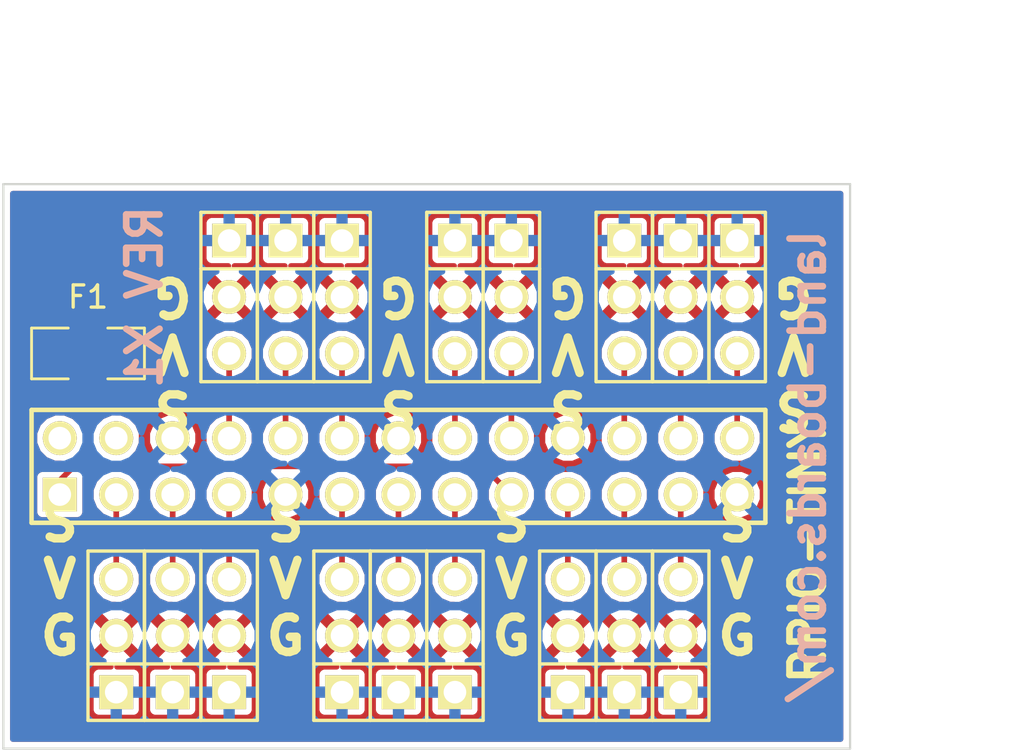
<source format=kicad_pcb>
(kicad_pcb (version 3) (host pcbnew "(2013-04-19 BZR 4011)-stable")

  (general
    (links 57)
    (no_connects 0)
    (area -0.050001 -7.929999 48.945715 28.514888)
    (thickness 1.6)
    (drawings 17)
    (tracks 26)
    (zones 0)
    (modules 19)
    (nets 21)
  )

  (page A3)
  (layers
    (15 F.Cu signal)
    (0 B.Cu signal)
    (20 B.SilkS user hide)
    (21 F.SilkS user)
    (22 B.Mask user)
    (23 F.Mask user)
    (26 Eco1.User user)
    (28 Edge.Cuts user)
  )

  (setup
    (last_trace_width 0.254)
    (user_trace_width 0.2032)
    (user_trace_width 0.254)
    (user_trace_width 0.635)
    (trace_clearance 0.254)
    (zone_clearance 0.254)
    (zone_45_only no)
    (trace_min 0.2032)
    (segment_width 0.2)
    (edge_width 0.1)
    (via_size 0.889)
    (via_drill 0.635)
    (via_min_size 0.889)
    (via_min_drill 0.508)
    (uvia_size 0.508)
    (uvia_drill 0.127)
    (uvias_allowed no)
    (uvia_min_size 0.508)
    (uvia_min_drill 0.127)
    (pcb_text_width 0.3)
    (pcb_text_size 1.5 1.5)
    (mod_edge_width 0.15)
    (mod_text_size 1 1)
    (mod_text_width 0.15)
    (pad_size 1.5 1.5)
    (pad_drill 0.6)
    (pad_to_mask_clearance 0)
    (aux_axis_origin 0 0)
    (visible_elements 7FFFFFBF)
    (pcbplotparams
      (layerselection 284196865)
      (usegerberextensions true)
      (excludeedgelayer true)
      (linewidth 0)
      (plotframeref false)
      (viasonmask false)
      (mode 1)
      (useauxorigin false)
      (hpglpennumber 1)
      (hpglpenspeed 20)
      (hpglpendiameter 15)
      (hpglpenoverlay 2)
      (psnegative false)
      (psa4output false)
      (plotreference true)
      (plotvalue true)
      (plotothertext true)
      (plotinvisibletext false)
      (padsonsilk false)
      (subtractmaskfromsilk false)
      (outputformat 1)
      (mirror false)
      (drillshape 0)
      (scaleselection 1)
      (outputdirectory plots/))
  )

  (net 0 "")
  (net 1 /+3.3V)
  (net 2 /IO_17)
  (net 3 /IO_18)
  (net 4 /IO_22)
  (net 5 /IO_23)
  (net 6 /IO_24)
  (net 7 /IO_25)
  (net 8 /IO_27)
  (net 9 /IO_4)
  (net 10 /RXD0)
  (net 11 /SCLK1)
  (net 12 /SDA1)
  (net 13 /SPICE0)
  (net 14 /SPICE1)
  (net 15 /SPIMISO)
  (net 16 /SPIMOSI)
  (net 17 /SPISCK)
  (net 18 /TXD0)
  (net 19 GND)
  (net 20 N-0000019)

  (net_class Default "This is the default net class."
    (clearance 0.254)
    (trace_width 0.254)
    (via_dia 0.889)
    (via_drill 0.635)
    (uvia_dia 0.508)
    (uvia_drill 0.127)
    (add_net "")
    (add_net /IO_17)
    (add_net /IO_18)
    (add_net /IO_22)
    (add_net /IO_23)
    (add_net /IO_24)
    (add_net /IO_25)
    (add_net /IO_27)
    (add_net /IO_4)
    (add_net /RXD0)
    (add_net /SCLK1)
    (add_net /SDA1)
    (add_net /SPICE0)
    (add_net /SPICE1)
    (add_net /SPIMISO)
    (add_net /SPIMOSI)
    (add_net /SPISCK)
    (add_net /TXD0)
    (add_net GND)
    (add_net N-0000019)
  )

  (net_class POWER025 ""
    (clearance 0.381)
    (trace_width 0.635)
    (via_dia 0.889)
    (via_drill 0.635)
    (uvia_dia 0.508)
    (uvia_drill 0.127)
    (add_net /+3.3V)
  )

  (module pin_array_13x2 (layer F.Cu) (tedit 54468C8D) (tstamp 54468D9F)
    (at 17.78 12.7)
    (descr "2 x 13 pins connector")
    (tags CONN)
    (path /53B16746)
    (fp_text reference P1 (at -15.312 3.512) (layer F.SilkS) hide
      (effects (font (size 1 1) (thickness 0.15)))
    )
    (fp_text value RASPIO (at 7.62 -3.81) (layer F.SilkS) hide
      (effects (font (size 1.016 1.016) (thickness 0.2032)))
    )
    (fp_line (start -16.51 2.54) (end 16.51 2.54) (layer F.SilkS) (width 0.2032))
    (fp_line (start 16.51 -2.54) (end -16.51 -2.54) (layer F.SilkS) (width 0.2032))
    (fp_line (start -16.51 -2.54) (end -16.51 2.54) (layer F.SilkS) (width 0.2032))
    (fp_line (start 16.51 2.54) (end 16.51 -2.54) (layer F.SilkS) (width 0.2032))
    (pad 1 thru_hole rect (at -15.24 1.27) (size 1.524 1.524) (drill 1.016)
      (layers *.Cu *.Mask F.SilkS)
      (net 20 N-0000019)
    )
    (pad 2 thru_hole circle (at -15.24 -1.27) (size 1.524 1.524) (drill 1.016)
      (layers *.Cu *.Mask F.SilkS)
    )
    (pad 3 thru_hole circle (at -12.7 1.27) (size 1.524 1.524) (drill 1.016)
      (layers *.Cu *.Mask F.SilkS)
      (net 12 /SDA1)
    )
    (pad 4 thru_hole circle (at -12.7 -1.27) (size 1.524 1.524) (drill 1.016)
      (layers *.Cu *.Mask F.SilkS)
    )
    (pad 5 thru_hole circle (at -10.16 1.27) (size 1.524 1.524) (drill 1.016)
      (layers *.Cu *.Mask F.SilkS)
      (net 11 /SCLK1)
    )
    (pad 6 thru_hole circle (at -10.16 -1.27) (size 1.524 1.524) (drill 1.016)
      (layers *.Cu *.Mask F.SilkS)
      (net 19 GND)
    )
    (pad 7 thru_hole circle (at -7.62 1.27) (size 1.524 1.524) (drill 1.016)
      (layers *.Cu *.Mask F.SilkS)
      (net 9 /IO_4)
    )
    (pad 8 thru_hole circle (at -7.62 -1.27) (size 1.524 1.524) (drill 1.016)
      (layers *.Cu *.Mask F.SilkS)
      (net 18 /TXD0)
    )
    (pad 9 thru_hole circle (at -5.08 1.27) (size 1.524 1.524) (drill 1.016)
      (layers *.Cu *.Mask F.SilkS)
      (net 19 GND)
    )
    (pad 10 thru_hole circle (at -5.08 -1.27) (size 1.524 1.524) (drill 1.016)
      (layers *.Cu *.Mask F.SilkS)
      (net 10 /RXD0)
    )
    (pad 11 thru_hole circle (at -2.54 1.27) (size 1.524 1.524) (drill 1.016)
      (layers *.Cu *.Mask F.SilkS)
      (net 2 /IO_17)
    )
    (pad 12 thru_hole circle (at -2.54 -1.27) (size 1.524 1.524) (drill 1.016)
      (layers *.Cu *.Mask F.SilkS)
      (net 3 /IO_18)
    )
    (pad 13 thru_hole circle (at 0 1.27) (size 1.524 1.524) (drill 1.016)
      (layers *.Cu *.Mask F.SilkS)
      (net 8 /IO_27)
    )
    (pad 14 thru_hole circle (at 0 -1.27) (size 1.524 1.524) (drill 1.016)
      (layers *.Cu *.Mask F.SilkS)
      (net 19 GND)
    )
    (pad 15 thru_hole circle (at 2.54 1.27) (size 1.524 1.524) (drill 1.016)
      (layers *.Cu *.Mask F.SilkS)
      (net 4 /IO_22)
    )
    (pad 16 thru_hole circle (at 2.54 -1.27) (size 1.524 1.524) (drill 1.016)
      (layers *.Cu *.Mask F.SilkS)
      (net 5 /IO_23)
    )
    (pad 17 thru_hole circle (at 5.08 1.27) (size 1.524 1.524) (drill 1.016)
      (layers *.Cu *.Mask F.SilkS)
      (net 20 N-0000019)
    )
    (pad 18 thru_hole circle (at 5.08 -1.27) (size 1.524 1.524) (drill 1.016)
      (layers *.Cu *.Mask F.SilkS)
      (net 6 /IO_24)
    )
    (pad 19 thru_hole circle (at 7.62 1.27) (size 1.524 1.524) (drill 1.016)
      (layers *.Cu *.Mask F.SilkS)
      (net 16 /SPIMOSI)
    )
    (pad 20 thru_hole circle (at 7.62 -1.27) (size 1.524 1.524) (drill 1.016)
      (layers *.Cu *.Mask F.SilkS)
      (net 19 GND)
    )
    (pad 21 thru_hole circle (at 10.16 1.27) (size 1.524 1.524) (drill 1.016)
      (layers *.Cu *.Mask F.SilkS)
      (net 15 /SPIMISO)
    )
    (pad 22 thru_hole circle (at 10.16 -1.27) (size 1.524 1.524) (drill 1.016)
      (layers *.Cu *.Mask F.SilkS)
      (net 7 /IO_25)
    )
    (pad 23 thru_hole circle (at 12.7 1.27) (size 1.524 1.524) (drill 1.016)
      (layers *.Cu *.Mask F.SilkS)
      (net 17 /SPISCK)
    )
    (pad 24 thru_hole circle (at 12.7 -1.27) (size 1.524 1.524) (drill 1.016)
      (layers *.Cu *.Mask F.SilkS)
      (net 13 /SPICE0)
    )
    (pad 25 thru_hole circle (at 15.24 1.27) (size 1.524 1.524) (drill 1.016)
      (layers *.Cu *.Mask F.SilkS)
      (net 19 GND)
    )
    (pad 26 thru_hole circle (at 15.24 -1.27) (size 1.524 1.524) (drill 1.016)
      (layers *.Cu *.Mask F.SilkS)
      (net 14 /SPICE1)
    )
    (model pin_array/pins_array_13x2.wrl
      (at (xyz 0 0 0))
      (scale (xyz 1 1 1))
      (rotate (xyz 0 0 0))
    )
  )

  (module PIN_ARRAY_3X1 (layer F.Cu) (tedit 54468C99) (tstamp 53B15EB3)
    (at 10.16 20.32 90)
    (descr "Connecteur 3 pins")
    (tags "CONN DEV")
    (path /53B17589)
    (fp_text reference J3 (at -6.35 0 90) (layer F.SilkS) hide
      (effects (font (size 1.25 1.25) (thickness 0.15)))
    )
    (fp_text value CONN_3 (at 0 -2.159 90) (layer F.SilkS) hide
      (effects (font (size 1.016 1.016) (thickness 0.1524)))
    )
    (fp_line (start -3.81 1.27) (end -3.81 -1.27) (layer F.SilkS) (width 0.1524))
    (fp_line (start -3.81 -1.27) (end 3.81 -1.27) (layer F.SilkS) (width 0.1524))
    (fp_line (start 3.81 -1.27) (end 3.81 1.27) (layer F.SilkS) (width 0.1524))
    (fp_line (start 3.81 1.27) (end -3.81 1.27) (layer F.SilkS) (width 0.1524))
    (fp_line (start -1.27 -1.27) (end -1.27 1.27) (layer F.SilkS) (width 0.1524))
    (pad 1 thru_hole rect (at -2.54 0 90) (size 1.524 1.524) (drill 1.016)
      (layers *.Cu *.Mask F.SilkS)
      (net 19 GND)
    )
    (pad 2 thru_hole circle (at 0 0 90) (size 1.524 1.524) (drill 1.016)
      (layers *.Cu *.Mask F.SilkS)
      (net 1 /+3.3V)
    )
    (pad 3 thru_hole circle (at 2.54 0 90) (size 1.524 1.524) (drill 1.016)
      (layers *.Cu *.Mask F.SilkS)
      (net 9 /IO_4)
    )
    (model pin_array/pins_array_3x1.wrl
      (at (xyz 0 0 0))
      (scale (xyz 1 1 1))
      (rotate (xyz 0 0 0))
    )
  )

  (module PIN_ARRAY_3X1 (layer F.Cu) (tedit 54468C9F) (tstamp 53B15EBF)
    (at 17.78 20.32 90)
    (descr "Connecteur 3 pins")
    (tags "CONN DEV")
    (path /53B18601)
    (fp_text reference J5 (at -6.35 0 90) (layer F.SilkS) hide
      (effects (font (size 1.25 1.25) (thickness 0.15)))
    )
    (fp_text value CONN_3 (at 0 -2.159 90) (layer F.SilkS) hide
      (effects (font (size 1.016 1.016) (thickness 0.1524)))
    )
    (fp_line (start -3.81 1.27) (end -3.81 -1.27) (layer F.SilkS) (width 0.1524))
    (fp_line (start -3.81 -1.27) (end 3.81 -1.27) (layer F.SilkS) (width 0.1524))
    (fp_line (start 3.81 -1.27) (end 3.81 1.27) (layer F.SilkS) (width 0.1524))
    (fp_line (start 3.81 1.27) (end -3.81 1.27) (layer F.SilkS) (width 0.1524))
    (fp_line (start -1.27 -1.27) (end -1.27 1.27) (layer F.SilkS) (width 0.1524))
    (pad 1 thru_hole rect (at -2.54 0 90) (size 1.524 1.524) (drill 1.016)
      (layers *.Cu *.Mask F.SilkS)
      (net 19 GND)
    )
    (pad 2 thru_hole circle (at 0 0 90) (size 1.524 1.524) (drill 1.016)
      (layers *.Cu *.Mask F.SilkS)
      (net 1 /+3.3V)
    )
    (pad 3 thru_hole circle (at 2.54 0 90) (size 1.524 1.524) (drill 1.016)
      (layers *.Cu *.Mask F.SilkS)
      (net 8 /IO_27)
    )
    (model pin_array/pins_array_3x1.wrl
      (at (xyz 0 0 0))
      (scale (xyz 1 1 1))
      (rotate (xyz 0 0 0))
    )
  )

  (module PIN_ARRAY_3X1 (layer F.Cu) (tedit 54468CB0) (tstamp 53B15ECB)
    (at 25.4 20.32 90)
    (descr "Connecteur 3 pins")
    (tags "CONN DEV")
    (path /53B1860D)
    (fp_text reference J7 (at -6.35 0 90) (layer F.SilkS) hide
      (effects (font (size 1.25 1.25) (thickness 0.15)))
    )
    (fp_text value CONN_3 (at 0 -2.159 90) (layer F.SilkS) hide
      (effects (font (size 1.016 1.016) (thickness 0.1524)))
    )
    (fp_line (start -3.81 1.27) (end -3.81 -1.27) (layer F.SilkS) (width 0.1524))
    (fp_line (start -3.81 -1.27) (end 3.81 -1.27) (layer F.SilkS) (width 0.1524))
    (fp_line (start 3.81 -1.27) (end 3.81 1.27) (layer F.SilkS) (width 0.1524))
    (fp_line (start 3.81 1.27) (end -3.81 1.27) (layer F.SilkS) (width 0.1524))
    (fp_line (start -1.27 -1.27) (end -1.27 1.27) (layer F.SilkS) (width 0.1524))
    (pad 1 thru_hole rect (at -2.54 0 90) (size 1.524 1.524) (drill 1.016)
      (layers *.Cu *.Mask F.SilkS)
      (net 19 GND)
    )
    (pad 2 thru_hole circle (at 0 0 90) (size 1.524 1.524) (drill 1.016)
      (layers *.Cu *.Mask F.SilkS)
      (net 1 /+3.3V)
    )
    (pad 3 thru_hole circle (at 2.54 0 90) (size 1.524 1.524) (drill 1.016)
      (layers *.Cu *.Mask F.SilkS)
      (net 16 /SPIMOSI)
    )
    (model pin_array/pins_array_3x1.wrl
      (at (xyz 0 0 0))
      (scale (xyz 1 1 1))
      (rotate (xyz 0 0 0))
    )
  )

  (module PIN_ARRAY_3X1 (layer F.Cu) (tedit 54468CB5) (tstamp 53B15ED7)
    (at 30.48 20.32 90)
    (descr "Connecteur 3 pins")
    (tags "CONN DEV")
    (path /5446889B)
    (fp_text reference J9 (at -6.35 0 90) (layer F.SilkS) hide
      (effects (font (size 1.25 1.25) (thickness 0.15)))
    )
    (fp_text value CONN_3 (at 0 -2.159 90) (layer F.SilkS) hide
      (effects (font (size 1.016 1.016) (thickness 0.1524)))
    )
    (fp_line (start -3.81 1.27) (end -3.81 -1.27) (layer F.SilkS) (width 0.1524))
    (fp_line (start -3.81 -1.27) (end 3.81 -1.27) (layer F.SilkS) (width 0.1524))
    (fp_line (start 3.81 -1.27) (end 3.81 1.27) (layer F.SilkS) (width 0.1524))
    (fp_line (start 3.81 1.27) (end -3.81 1.27) (layer F.SilkS) (width 0.1524))
    (fp_line (start -1.27 -1.27) (end -1.27 1.27) (layer F.SilkS) (width 0.1524))
    (pad 1 thru_hole rect (at -2.54 0 90) (size 1.524 1.524) (drill 1.016)
      (layers *.Cu *.Mask F.SilkS)
      (net 19 GND)
    )
    (pad 2 thru_hole circle (at 0 0 90) (size 1.524 1.524) (drill 1.016)
      (layers *.Cu *.Mask F.SilkS)
      (net 1 /+3.3V)
    )
    (pad 3 thru_hole circle (at 2.54 0 90) (size 1.524 1.524) (drill 1.016)
      (layers *.Cu *.Mask F.SilkS)
      (net 17 /SPISCK)
    )
    (model pin_array/pins_array_3x1.wrl
      (at (xyz 0 0 0))
      (scale (xyz 1 1 1))
      (rotate (xyz 0 0 0))
    )
  )

  (module PIN_ARRAY_3X1 (layer F.Cu) (tedit 54468CA2) (tstamp 53B15EE3)
    (at 20.32 20.32 90)
    (descr "Connecteur 3 pins")
    (tags "CONN DEV")
    (path /53B18607)
    (fp_text reference J6 (at -6.35 0 90) (layer F.SilkS) hide
      (effects (font (size 1.25 1.25) (thickness 0.15)))
    )
    (fp_text value CONN_3 (at 0 -2.159 90) (layer F.SilkS) hide
      (effects (font (size 1.016 1.016) (thickness 0.1524)))
    )
    (fp_line (start -3.81 1.27) (end -3.81 -1.27) (layer F.SilkS) (width 0.1524))
    (fp_line (start -3.81 -1.27) (end 3.81 -1.27) (layer F.SilkS) (width 0.1524))
    (fp_line (start 3.81 -1.27) (end 3.81 1.27) (layer F.SilkS) (width 0.1524))
    (fp_line (start 3.81 1.27) (end -3.81 1.27) (layer F.SilkS) (width 0.1524))
    (fp_line (start -1.27 -1.27) (end -1.27 1.27) (layer F.SilkS) (width 0.1524))
    (pad 1 thru_hole rect (at -2.54 0 90) (size 1.524 1.524) (drill 1.016)
      (layers *.Cu *.Mask F.SilkS)
      (net 19 GND)
    )
    (pad 2 thru_hole circle (at 0 0 90) (size 1.524 1.524) (drill 1.016)
      (layers *.Cu *.Mask F.SilkS)
      (net 1 /+3.3V)
    )
    (pad 3 thru_hole circle (at 2.54 0 90) (size 1.524 1.524) (drill 1.016)
      (layers *.Cu *.Mask F.SilkS)
      (net 4 /IO_22)
    )
    (model pin_array/pins_array_3x1.wrl
      (at (xyz 0 0 0))
      (scale (xyz 1 1 1))
      (rotate (xyz 0 0 0))
    )
  )

  (module PIN_ARRAY_3X1 (layer F.Cu) (tedit 54468CB3) (tstamp 53B15EEF)
    (at 27.94 20.32 90)
    (descr "Connecteur 3 pins")
    (tags "CONN DEV")
    (path /54468895)
    (fp_text reference J8 (at -6.35 0 90) (layer F.SilkS) hide
      (effects (font (size 1.25 1.25) (thickness 0.15)))
    )
    (fp_text value CONN_3 (at 0 -2.159 90) (layer F.SilkS) hide
      (effects (font (size 1.016 1.016) (thickness 0.1524)))
    )
    (fp_line (start -3.81 1.27) (end -3.81 -1.27) (layer F.SilkS) (width 0.1524))
    (fp_line (start -3.81 -1.27) (end 3.81 -1.27) (layer F.SilkS) (width 0.1524))
    (fp_line (start 3.81 -1.27) (end 3.81 1.27) (layer F.SilkS) (width 0.1524))
    (fp_line (start 3.81 1.27) (end -3.81 1.27) (layer F.SilkS) (width 0.1524))
    (fp_line (start -1.27 -1.27) (end -1.27 1.27) (layer F.SilkS) (width 0.1524))
    (pad 1 thru_hole rect (at -2.54 0 90) (size 1.524 1.524) (drill 1.016)
      (layers *.Cu *.Mask F.SilkS)
      (net 19 GND)
    )
    (pad 2 thru_hole circle (at 0 0 90) (size 1.524 1.524) (drill 1.016)
      (layers *.Cu *.Mask F.SilkS)
      (net 1 /+3.3V)
    )
    (pad 3 thru_hole circle (at 2.54 0 90) (size 1.524 1.524) (drill 1.016)
      (layers *.Cu *.Mask F.SilkS)
      (net 15 /SPIMISO)
    )
    (model pin_array/pins_array_3x1.wrl
      (at (xyz 0 0 0))
      (scale (xyz 1 1 1))
      (rotate (xyz 0 0 0))
    )
  )

  (module SM1206 (layer F.Cu) (tedit 54468BA5) (tstamp 53B18B4E)
    (at 3.81 7.62 180)
    (path /54468802)
    (attr smd)
    (fp_text reference F1 (at 0 2.54 180) (layer F.SilkS)
      (effects (font (size 1 1) (thickness 0.15)))
    )
    (fp_text value FUSE (at 0 0 180) (layer F.SilkS) hide
      (effects (font (size 0.762 0.762) (thickness 0.127)))
    )
    (fp_line (start -2.54 -1.143) (end -2.54 1.143) (layer F.SilkS) (width 0.127))
    (fp_line (start -2.54 1.143) (end -0.889 1.143) (layer F.SilkS) (width 0.127))
    (fp_line (start 0.889 -1.143) (end 2.54 -1.143) (layer F.SilkS) (width 0.127))
    (fp_line (start 2.54 -1.143) (end 2.54 1.143) (layer F.SilkS) (width 0.127))
    (fp_line (start 2.54 1.143) (end 0.889 1.143) (layer F.SilkS) (width 0.127))
    (fp_line (start -0.889 -1.143) (end -2.54 -1.143) (layer F.SilkS) (width 0.127))
    (pad 1 smd rect (at -1.651 0 180) (size 1.524 2.032)
      (layers F.Cu F.Mask)
      (net 1 /+3.3V)
    )
    (pad 2 smd rect (at 1.651 0 180) (size 1.524 2.032)
      (layers F.Cu F.Mask)
      (net 20 N-0000019)
    )
    (model smd/chip_cms.wrl
      (at (xyz 0 0 0))
      (scale (xyz 0.17 0.16 0.16))
      (rotate (xyz 0 0 0))
    )
  )

  (module PIN_ARRAY_3X1 (layer F.Cu) (tedit 54468C9C) (tstamp 53B15EA7)
    (at 15.24 20.32 90)
    (descr "Connecteur 3 pins")
    (tags "CONN DEV")
    (path /53B17388)
    (fp_text reference J4 (at -6.35 0 90) (layer F.SilkS) hide
      (effects (font (size 1.25 1.25) (thickness 0.15)))
    )
    (fp_text value CONN_3 (at 0 -2.159 90) (layer F.SilkS) hide
      (effects (font (size 1.016 1.016) (thickness 0.1524)))
    )
    (fp_line (start -3.81 1.27) (end -3.81 -1.27) (layer F.SilkS) (width 0.1524))
    (fp_line (start -3.81 -1.27) (end 3.81 -1.27) (layer F.SilkS) (width 0.1524))
    (fp_line (start 3.81 -1.27) (end 3.81 1.27) (layer F.SilkS) (width 0.1524))
    (fp_line (start 3.81 1.27) (end -3.81 1.27) (layer F.SilkS) (width 0.1524))
    (fp_line (start -1.27 -1.27) (end -1.27 1.27) (layer F.SilkS) (width 0.1524))
    (pad 1 thru_hole rect (at -2.54 0 90) (size 1.524 1.524) (drill 1.016)
      (layers *.Cu *.Mask F.SilkS)
      (net 19 GND)
    )
    (pad 2 thru_hole circle (at 0 0 90) (size 1.524 1.524) (drill 1.016)
      (layers *.Cu *.Mask F.SilkS)
      (net 1 /+3.3V)
    )
    (pad 3 thru_hole circle (at 2.54 0 90) (size 1.524 1.524) (drill 1.016)
      (layers *.Cu *.Mask F.SilkS)
      (net 2 /IO_17)
    )
    (model pin_array/pins_array_3x1.wrl
      (at (xyz 0 0 0))
      (scale (xyz 1 1 1))
      (rotate (xyz 0 0 0))
    )
  )

  (module PIN_ARRAY_3X1 (layer F.Cu) (tedit 54468CCB) (tstamp 53B1B0B8)
    (at 20.32 5.08 270)
    (descr "Connecteur 3 pins")
    (tags "CONN DEV")
    (path /544687D6)
    (fp_text reference J13 (at -6.35 0 270) (layer F.SilkS) hide
      (effects (font (size 1.016 1.016) (thickness 0.1524)))
    )
    (fp_text value CONN_3 (at 0 -2.159 270) (layer F.SilkS) hide
      (effects (font (size 1.016 1.016) (thickness 0.1524)))
    )
    (fp_line (start -3.81 1.27) (end -3.81 -1.27) (layer F.SilkS) (width 0.1524))
    (fp_line (start -3.81 -1.27) (end 3.81 -1.27) (layer F.SilkS) (width 0.1524))
    (fp_line (start 3.81 -1.27) (end 3.81 1.27) (layer F.SilkS) (width 0.1524))
    (fp_line (start 3.81 1.27) (end -3.81 1.27) (layer F.SilkS) (width 0.1524))
    (fp_line (start -1.27 -1.27) (end -1.27 1.27) (layer F.SilkS) (width 0.1524))
    (pad 1 thru_hole rect (at -2.54 0 270) (size 1.524 1.524) (drill 1.016)
      (layers *.Cu *.Mask F.SilkS)
      (net 19 GND)
    )
    (pad 2 thru_hole circle (at 0 0 270) (size 1.524 1.524) (drill 1.016)
      (layers *.Cu *.Mask F.SilkS)
      (net 1 /+3.3V)
    )
    (pad 3 thru_hole circle (at 2.54 0 270) (size 1.524 1.524) (drill 1.016)
      (layers *.Cu *.Mask F.SilkS)
      (net 5 /IO_23)
    )
    (model pin_array/pins_array_3x1.wrl
      (at (xyz 0 0 0))
      (scale (xyz 1 1 1))
      (rotate (xyz 0 0 0))
    )
  )

  (module PIN_ARRAY_3X1 (layer F.Cu) (tedit 54468CC4) (tstamp 54468932)
    (at 22.86 5.08 270)
    (descr "Connecteur 3 pins")
    (tags "CONN DEV")
    (path /544687EE)
    (fp_text reference J14 (at -6.35 0 270) (layer F.SilkS) hide
      (effects (font (size 1.016 1.016) (thickness 0.1524)))
    )
    (fp_text value CONN_3 (at 0 -2.159 270) (layer F.SilkS) hide
      (effects (font (size 1.016 1.016) (thickness 0.1524)))
    )
    (fp_line (start -3.81 1.27) (end -3.81 -1.27) (layer F.SilkS) (width 0.1524))
    (fp_line (start -3.81 -1.27) (end 3.81 -1.27) (layer F.SilkS) (width 0.1524))
    (fp_line (start 3.81 -1.27) (end 3.81 1.27) (layer F.SilkS) (width 0.1524))
    (fp_line (start 3.81 1.27) (end -3.81 1.27) (layer F.SilkS) (width 0.1524))
    (fp_line (start -1.27 -1.27) (end -1.27 1.27) (layer F.SilkS) (width 0.1524))
    (pad 1 thru_hole rect (at -2.54 0 270) (size 1.524 1.524) (drill 1.016)
      (layers *.Cu *.Mask F.SilkS)
      (net 19 GND)
    )
    (pad 2 thru_hole circle (at 0 0 270) (size 1.524 1.524) (drill 1.016)
      (layers *.Cu *.Mask F.SilkS)
      (net 1 /+3.3V)
    )
    (pad 3 thru_hole circle (at 2.54 0 270) (size 1.524 1.524) (drill 1.016)
      (layers *.Cu *.Mask F.SilkS)
      (net 6 /IO_24)
    )
    (model pin_array/pins_array_3x1.wrl
      (at (xyz 0 0 0))
      (scale (xyz 1 1 1))
      (rotate (xyz 0 0 0))
    )
  )

  (module PIN_ARRAY_3X1 (layer F.Cu) (tedit 54468CC0) (tstamp 5446893E)
    (at 27.94 5.08 270)
    (descr "Connecteur 3 pins")
    (tags "CONN DEV")
    (path /544687F4)
    (fp_text reference J15 (at -6.35 0 270) (layer F.SilkS) hide
      (effects (font (size 1.016 1.016) (thickness 0.1524)))
    )
    (fp_text value CONN_3 (at 0 -2.159 270) (layer F.SilkS) hide
      (effects (font (size 1.016 1.016) (thickness 0.1524)))
    )
    (fp_line (start -3.81 1.27) (end -3.81 -1.27) (layer F.SilkS) (width 0.1524))
    (fp_line (start -3.81 -1.27) (end 3.81 -1.27) (layer F.SilkS) (width 0.1524))
    (fp_line (start 3.81 -1.27) (end 3.81 1.27) (layer F.SilkS) (width 0.1524))
    (fp_line (start 3.81 1.27) (end -3.81 1.27) (layer F.SilkS) (width 0.1524))
    (fp_line (start -1.27 -1.27) (end -1.27 1.27) (layer F.SilkS) (width 0.1524))
    (pad 1 thru_hole rect (at -2.54 0 270) (size 1.524 1.524) (drill 1.016)
      (layers *.Cu *.Mask F.SilkS)
      (net 19 GND)
    )
    (pad 2 thru_hole circle (at 0 0 270) (size 1.524 1.524) (drill 1.016)
      (layers *.Cu *.Mask F.SilkS)
      (net 1 /+3.3V)
    )
    (pad 3 thru_hole circle (at 2.54 0 270) (size 1.524 1.524) (drill 1.016)
      (layers *.Cu *.Mask F.SilkS)
      (net 7 /IO_25)
    )
    (model pin_array/pins_array_3x1.wrl
      (at (xyz 0 0 0))
      (scale (xyz 1 1 1))
      (rotate (xyz 0 0 0))
    )
  )

  (module PIN_ARRAY_3X1 (layer F.Cu) (tedit 54468CBD) (tstamp 5446894A)
    (at 30.48 5.08 270)
    (descr "Connecteur 3 pins")
    (tags "CONN DEV")
    (path /544687FA)
    (fp_text reference J16 (at -6.35 0 270) (layer F.SilkS) hide
      (effects (font (size 1.016 1.016) (thickness 0.1524)))
    )
    (fp_text value CONN_3 (at 0 -2.159 270) (layer F.SilkS) hide
      (effects (font (size 1.016 1.016) (thickness 0.1524)))
    )
    (fp_line (start -3.81 1.27) (end -3.81 -1.27) (layer F.SilkS) (width 0.1524))
    (fp_line (start -3.81 -1.27) (end 3.81 -1.27) (layer F.SilkS) (width 0.1524))
    (fp_line (start 3.81 -1.27) (end 3.81 1.27) (layer F.SilkS) (width 0.1524))
    (fp_line (start 3.81 1.27) (end -3.81 1.27) (layer F.SilkS) (width 0.1524))
    (fp_line (start -1.27 -1.27) (end -1.27 1.27) (layer F.SilkS) (width 0.1524))
    (pad 1 thru_hole rect (at -2.54 0 270) (size 1.524 1.524) (drill 1.016)
      (layers *.Cu *.Mask F.SilkS)
      (net 19 GND)
    )
    (pad 2 thru_hole circle (at 0 0 270) (size 1.524 1.524) (drill 1.016)
      (layers *.Cu *.Mask F.SilkS)
      (net 1 /+3.3V)
    )
    (pad 3 thru_hole circle (at 2.54 0 270) (size 1.524 1.524) (drill 1.016)
      (layers *.Cu *.Mask F.SilkS)
      (net 13 /SPICE0)
    )
    (model pin_array/pins_array_3x1.wrl
      (at (xyz 0 0 0))
      (scale (xyz 1 1 1))
      (rotate (xyz 0 0 0))
    )
  )

  (module PIN_ARRAY_3X1 (layer F.Cu) (tedit 54468CBA) (tstamp 54468956)
    (at 33.02 5.08 270)
    (descr "Connecteur 3 pins")
    (tags "CONN DEV")
    (path /5446888F)
    (fp_text reference J17 (at -6.35 0 270) (layer F.SilkS) hide
      (effects (font (size 1.016 1.016) (thickness 0.1524)))
    )
    (fp_text value CONN_3 (at 0 -2.159 270) (layer F.SilkS) hide
      (effects (font (size 1.016 1.016) (thickness 0.1524)))
    )
    (fp_line (start -3.81 1.27) (end -3.81 -1.27) (layer F.SilkS) (width 0.1524))
    (fp_line (start -3.81 -1.27) (end 3.81 -1.27) (layer F.SilkS) (width 0.1524))
    (fp_line (start 3.81 -1.27) (end 3.81 1.27) (layer F.SilkS) (width 0.1524))
    (fp_line (start 3.81 1.27) (end -3.81 1.27) (layer F.SilkS) (width 0.1524))
    (fp_line (start -1.27 -1.27) (end -1.27 1.27) (layer F.SilkS) (width 0.1524))
    (pad 1 thru_hole rect (at -2.54 0 270) (size 1.524 1.524) (drill 1.016)
      (layers *.Cu *.Mask F.SilkS)
      (net 19 GND)
    )
    (pad 2 thru_hole circle (at 0 0 270) (size 1.524 1.524) (drill 1.016)
      (layers *.Cu *.Mask F.SilkS)
      (net 1 /+3.3V)
    )
    (pad 3 thru_hole circle (at 2.54 0 270) (size 1.524 1.524) (drill 1.016)
      (layers *.Cu *.Mask F.SilkS)
      (net 14 /SPICE1)
    )
    (model pin_array/pins_array_3x1.wrl
      (at (xyz 0 0 0))
      (scale (xyz 1 1 1))
      (rotate (xyz 0 0 0))
    )
  )

  (module PIN_ARRAY_3X1 (layer F.Cu) (tedit 54468C95) (tstamp 53B15E9B)
    (at 7.62 20.32 90)
    (descr "Connecteur 3 pins")
    (tags "CONN DEV")
    (path /53B1751A)
    (fp_text reference J2 (at -6.35 0 90) (layer F.SilkS) hide
      (effects (font (size 1.016 1.016) (thickness 0.1524)))
    )
    (fp_text value CONN_3 (at 0 -2.159 90) (layer F.SilkS) hide
      (effects (font (size 1.016 1.016) (thickness 0.1524)))
    )
    (fp_line (start -3.81 1.27) (end -3.81 -1.27) (layer F.SilkS) (width 0.1524))
    (fp_line (start -3.81 -1.27) (end 3.81 -1.27) (layer F.SilkS) (width 0.1524))
    (fp_line (start 3.81 -1.27) (end 3.81 1.27) (layer F.SilkS) (width 0.1524))
    (fp_line (start 3.81 1.27) (end -3.81 1.27) (layer F.SilkS) (width 0.1524))
    (fp_line (start -1.27 -1.27) (end -1.27 1.27) (layer F.SilkS) (width 0.1524))
    (pad 1 thru_hole rect (at -2.54 0 90) (size 1.524 1.524) (drill 1.016)
      (layers *.Cu *.Mask F.SilkS)
      (net 19 GND)
    )
    (pad 2 thru_hole circle (at 0 0 90) (size 1.524 1.524) (drill 1.016)
      (layers *.Cu *.Mask F.SilkS)
      (net 1 /+3.3V)
    )
    (pad 3 thru_hole circle (at 2.54 0 90) (size 1.524 1.524) (drill 1.016)
      (layers *.Cu *.Mask F.SilkS)
      (net 11 /SCLK1)
    )
    (model pin_array/pins_array_3x1.wrl
      (at (xyz 0 0 0))
      (scale (xyz 1 1 1))
      (rotate (xyz 0 0 0))
    )
  )

  (module PIN_ARRAY_3X1 (layer F.Cu) (tedit 54468CCE) (tstamp 53B15F2C)
    (at 12.7 5.08 270)
    (descr "Connecteur 3 pins")
    (tags "CONN DEV")
    (path /544687E2)
    (fp_text reference J11 (at -6.19 0 270) (layer F.SilkS) hide
      (effects (font (size 1.016 1.016) (thickness 0.1524)))
    )
    (fp_text value CONN_3 (at 0 -2.159 270) (layer F.SilkS) hide
      (effects (font (size 1.016 1.016) (thickness 0.1524)))
    )
    (fp_line (start -3.81 1.27) (end -3.81 -1.27) (layer F.SilkS) (width 0.1524))
    (fp_line (start -3.81 -1.27) (end 3.81 -1.27) (layer F.SilkS) (width 0.1524))
    (fp_line (start 3.81 -1.27) (end 3.81 1.27) (layer F.SilkS) (width 0.1524))
    (fp_line (start 3.81 1.27) (end -3.81 1.27) (layer F.SilkS) (width 0.1524))
    (fp_line (start -1.27 -1.27) (end -1.27 1.27) (layer F.SilkS) (width 0.1524))
    (pad 1 thru_hole rect (at -2.54 0 270) (size 1.524 1.524) (drill 1.016)
      (layers *.Cu *.Mask F.SilkS)
      (net 19 GND)
    )
    (pad 2 thru_hole circle (at 0 0 270) (size 1.524 1.524) (drill 1.016)
      (layers *.Cu *.Mask F.SilkS)
      (net 1 /+3.3V)
    )
    (pad 3 thru_hole circle (at 2.54 0 270) (size 1.524 1.524) (drill 1.016)
      (layers *.Cu *.Mask F.SilkS)
      (net 10 /RXD0)
    )
    (model pin_array/pins_array_3x1.wrl
      (at (xyz 0 0 0))
      (scale (xyz 1 1 1))
      (rotate (xyz 0 0 0))
    )
  )

  (module PIN_ARRAY_3X1 (layer F.Cu) (tedit 54468C92) (tstamp 53B18B5A)
    (at 5.08 20.32 90)
    (descr "Connecteur 3 pins")
    (tags "CONN DEV")
    (path /53B174B9)
    (fp_text reference J1 (at -6.35 0 90) (layer F.SilkS) hide
      (effects (font (size 1.016 1.016) (thickness 0.1524)))
    )
    (fp_text value CONN_3 (at 0 -2.159 90) (layer F.SilkS) hide
      (effects (font (size 1.016 1.016) (thickness 0.1524)))
    )
    (fp_line (start -3.81 1.27) (end -3.81 -1.27) (layer F.SilkS) (width 0.1524))
    (fp_line (start -3.81 -1.27) (end 3.81 -1.27) (layer F.SilkS) (width 0.1524))
    (fp_line (start 3.81 -1.27) (end 3.81 1.27) (layer F.SilkS) (width 0.1524))
    (fp_line (start 3.81 1.27) (end -3.81 1.27) (layer F.SilkS) (width 0.1524))
    (fp_line (start -1.27 -1.27) (end -1.27 1.27) (layer F.SilkS) (width 0.1524))
    (pad 1 thru_hole rect (at -2.54 0 90) (size 1.524 1.524) (drill 1.016)
      (layers *.Cu *.Mask F.SilkS)
      (net 19 GND)
    )
    (pad 2 thru_hole circle (at 0 0 90) (size 1.524 1.524) (drill 1.016)
      (layers *.Cu *.Mask F.SilkS)
      (net 1 /+3.3V)
    )
    (pad 3 thru_hole circle (at 2.54 0 90) (size 1.524 1.524) (drill 1.016)
      (layers *.Cu *.Mask F.SilkS)
      (net 12 /SDA1)
    )
    (model pin_array/pins_array_3x1.wrl
      (at (xyz 0 0 0))
      (scale (xyz 1 1 1))
      (rotate (xyz 0 0 0))
    )
  )

  (module PIN_ARRAY_3X1 (layer F.Cu) (tedit 54468C5B) (tstamp 53B15EFB)
    (at 10.16 5.08 270)
    (descr "Connecteur 3 pins")
    (tags "CONN DEV")
    (path /544687DC)
    (fp_text reference J10 (at -6.19 0 270) (layer F.SilkS) hide
      (effects (font (size 1.016 1.016) (thickness 0.1524)))
    )
    (fp_text value CONN_3 (at 0 -2.159 270) (layer F.SilkS) hide
      (effects (font (size 1.016 1.016) (thickness 0.1524)))
    )
    (fp_line (start -3.81 1.27) (end -3.81 -1.27) (layer F.SilkS) (width 0.1524))
    (fp_line (start -3.81 -1.27) (end 3.81 -1.27) (layer F.SilkS) (width 0.1524))
    (fp_line (start 3.81 -1.27) (end 3.81 1.27) (layer F.SilkS) (width 0.1524))
    (fp_line (start 3.81 1.27) (end -3.81 1.27) (layer F.SilkS) (width 0.1524))
    (fp_line (start -1.27 -1.27) (end -1.27 1.27) (layer F.SilkS) (width 0.1524))
    (pad 1 thru_hole rect (at -2.54 0 270) (size 1.524 1.524) (drill 1.016)
      (layers *.Cu *.Mask F.SilkS)
      (net 19 GND)
    )
    (pad 2 thru_hole circle (at 0 0 270) (size 1.524 1.524) (drill 1.016)
      (layers *.Cu *.Mask F.SilkS)
      (net 1 /+3.3V)
    )
    (pad 3 thru_hole circle (at 2.54 0 270) (size 1.524 1.524) (drill 1.016)
      (layers *.Cu *.Mask F.SilkS)
      (net 18 /TXD0)
    )
    (model pin_array/pins_array_3x1.wrl
      (at (xyz 0 0 0))
      (scale (xyz 1 1 1))
      (rotate (xyz 0 0 0))
    )
  )

  (module PIN_ARRAY_3X1 (layer F.Cu) (tedit 54468CC7) (tstamp 53B1B0C6)
    (at 15.24 5.08 270)
    (descr "Connecteur 3 pins")
    (tags "CONN DEV")
    (path /544687E8)
    (fp_text reference J12 (at -6.19 0 270) (layer F.SilkS) hide
      (effects (font (size 1.016 1.016) (thickness 0.1524)))
    )
    (fp_text value CONN_3 (at 0 -2.159 270) (layer F.SilkS) hide
      (effects (font (size 1.016 1.016) (thickness 0.1524)))
    )
    (fp_line (start -3.81 1.27) (end -3.81 -1.27) (layer F.SilkS) (width 0.1524))
    (fp_line (start -3.81 -1.27) (end 3.81 -1.27) (layer F.SilkS) (width 0.1524))
    (fp_line (start 3.81 -1.27) (end 3.81 1.27) (layer F.SilkS) (width 0.1524))
    (fp_line (start 3.81 1.27) (end -3.81 1.27) (layer F.SilkS) (width 0.1524))
    (fp_line (start -1.27 -1.27) (end -1.27 1.27) (layer F.SilkS) (width 0.1524))
    (pad 1 thru_hole rect (at -2.54 0 270) (size 1.524 1.524) (drill 1.016)
      (layers *.Cu *.Mask F.SilkS)
      (net 19 GND)
    )
    (pad 2 thru_hole circle (at 0 0 270) (size 1.524 1.524) (drill 1.016)
      (layers *.Cu *.Mask F.SilkS)
      (net 1 /+3.3V)
    )
    (pad 3 thru_hole circle (at 2.54 0 270) (size 1.524 1.524) (drill 1.016)
      (layers *.Cu *.Mask F.SilkS)
      (net 3 /IO_18)
    )
    (model pin_array/pins_array_3x1.wrl
      (at (xyz 0 0 0))
      (scale (xyz 1 1 1))
      (rotate (xyz 0 0 0))
    )
  )

  (gr_text "S\nV\nG" (at 7.62 7.62 180) (layer F.SilkS)
    (effects (font (size 1.5875 1.5875) (thickness 0.381)))
  )
  (gr_text land-boards.com/ (at 36.195 12.7 90) (layer B.SilkS)
    (effects (font (size 1.5 1.5) (thickness 0.3)) (justify mirror))
  )
  (gr_text "S\nV\nG" (at 17.78 7.62 180) (layer F.SilkS)
    (effects (font (size 1.5875 1.5875) (thickness 0.381)))
  )
  (gr_text "S\nV\nG" (at 25.4 7.62 180) (layer F.SilkS)
    (effects (font (size 1.5875 1.5875) (thickness 0.381)))
  )
  (gr_text "S\nV\nG" (at 2.54 17.78) (layer F.SilkS)
    (effects (font (size 1.5875 1.5875) (thickness 0.381)))
  )
  (gr_text "S\nV\nG" (at 12.7 17.78) (layer F.SilkS)
    (effects (font (size 1.5875 1.5875) (thickness 0.381)))
  )
  (gr_text "S\nV\nG" (at 22.86 17.78) (layer F.SilkS)
    (effects (font (size 1.5875 1.5875) (thickness 0.381)))
  )
  (gr_line (start 38.1 0) (end 38.1 25.4) (angle 90) (layer Edge.Cuts) (width 0.1))
  (gr_line (start 0 25.4) (end 0 0) (angle 90) (layer Edge.Cuts) (width 0.1))
  (dimension 25.4 (width 0.3) (layer Eco1.User)
    (gr_text "1.0000 in" (at 43.26 12.7 90) (layer Eco1.User)
      (effects (font (size 1.5 1.5) (thickness 0.3)))
    )
    (feature1 (pts (xy 38.1 0) (xy 44.61 0)))
    (feature2 (pts (xy 38.1 25.4) (xy 44.61 25.4)))
    (crossbar (pts (xy 41.91 25.4) (xy 41.91 0)))
    (arrow1a (pts (xy 41.91 0) (xy 42.49642 1.126503)))
    (arrow1b (pts (xy 41.91 0) (xy 41.32358 1.126503)))
    (arrow2a (pts (xy 41.91 25.4) (xy 42.49642 24.273497)))
    (arrow2b (pts (xy 41.91 25.4) (xy 41.32358 24.273497)))
  )
  (dimension 38.1 (width 0.3) (layer Eco1.User)
    (gr_text "1.5000 in" (at 19.05 -6.429999) (layer Eco1.User)
      (effects (font (size 1.5 1.5) (thickness 0.3)))
    )
    (feature1 (pts (xy 38.1 0) (xy 38.1 -7.779999)))
    (feature2 (pts (xy 0 0) (xy 0 -7.779999)))
    (crossbar (pts (xy 0 -5.079999) (xy 38.1 -5.079999)))
    (arrow1a (pts (xy 38.1 -5.079999) (xy 36.973497 -4.493579)))
    (arrow1b (pts (xy 38.1 -5.079999) (xy 36.973497 -5.666419)))
    (arrow2a (pts (xy 0 -5.079999) (xy 1.126503 -4.493579)))
    (arrow2b (pts (xy 0 -5.079999) (xy 1.126503 -5.666419)))
  )
  (gr_text "S\nV\nG" (at 35.56 7.62 180) (layer F.SilkS)
    (effects (font (size 1.5875 1.5875) (thickness 0.381)))
  )
  (gr_line (start 38.1 25.4) (end 0 25.4) (angle 90) (layer Edge.Cuts) (width 0.1))
  (gr_line (start 0 0) (end 38.1 0) (angle 90) (layer Edge.Cuts) (width 0.1))
  (gr_text "REV X1" (at 6.35 5.08 90) (layer B.SilkS)
    (effects (font (size 1.5 1.5) (thickness 0.3)) (justify mirror))
  )
  (gr_text RPIO-TINY (at 36.195 16.51 90) (layer F.SilkS)
    (effects (font (size 1.5 1.5) (thickness 0.3)))
  )
  (gr_text "S\nV\nG" (at 33.02 17.78) (layer F.SilkS)
    (effects (font (size 1.5875 1.5875) (thickness 0.381)))
  )

  (segment (start 15.24 17.78) (end 15.24 13.97) (width 0.254) (layer F.Cu) (net 2))
  (segment (start 15.24 7.62) (end 15.24 11.43) (width 0.254) (layer F.Cu) (net 3))
  (segment (start 20.32 17.78) (end 20.32 13.97) (width 0.254) (layer F.Cu) (net 4))
  (segment (start 20.32 7.62) (end 20.32 11.43) (width 0.254) (layer F.Cu) (net 5))
  (segment (start 22.86 7.62) (end 22.86 11.43) (width 0.254) (layer F.Cu) (net 6))
  (segment (start 27.94 7.62) (end 27.94 11.43) (width 0.254) (layer F.Cu) (net 7))
  (segment (start 17.78 17.78) (end 17.78 13.97) (width 0.254) (layer F.Cu) (net 8))
  (segment (start 10.16 17.78) (end 10.16 13.97) (width 0.254) (layer F.Cu) (net 9))
  (segment (start 12.7 7.62) (end 12.7 11.43) (width 0.254) (layer F.Cu) (net 10))
  (segment (start 7.62 17.78) (end 7.62 13.97) (width 0.254) (layer F.Cu) (net 11))
  (segment (start 5.08 13.97) (end 5.08 17.78) (width 0.254) (layer F.Cu) (net 12))
  (segment (start 30.48 7.62) (end 30.48 11.43) (width 0.254) (layer F.Cu) (net 13))
  (segment (start 33.02 7.62) (end 33.02 11.43) (width 0.254) (layer F.Cu) (net 14))
  (segment (start 27.94 17.78) (end 27.94 13.97) (width 0.254) (layer F.Cu) (net 15))
  (segment (start 25.4 17.78) (end 25.4 13.97) (width 0.254) (layer F.Cu) (net 16))
  (segment (start 30.48 17.78) (end 30.48 13.97) (width 0.254) (layer F.Cu) (net 17))
  (segment (start 10.16 7.62) (end 10.16 11.43) (width 0.254) (layer F.Cu) (net 18))
  (segment (start 3.81 12.7) (end 3.81 10.16) (width 0.254) (layer F.Cu) (net 20))
  (segment (start 2.159 8.509) (end 2.159 7.62) (width 0.254) (layer F.Cu) (net 20) (tstamp 54468F5E))
  (segment (start 3.81 10.16) (end 2.159 8.509) (width 0.254) (layer F.Cu) (net 20) (tstamp 54468F5D))
  (segment (start 22.86 13.97) (end 21.59 12.7) (width 0.254) (layer F.Cu) (net 20))
  (segment (start 2.54 13.335) (end 2.54 13.97) (width 0.254) (layer F.Cu) (net 20) (tstamp 54468F59))
  (segment (start 3.175 12.7) (end 2.54 13.335) (width 0.254) (layer F.Cu) (net 20) (tstamp 54468F58))
  (segment (start 5.715 12.7) (end 3.81 12.7) (width 0.254) (layer F.Cu) (net 20) (tstamp 54468F57))
  (segment (start 3.81 12.7) (end 3.175 12.7) (width 0.254) (layer F.Cu) (net 20) (tstamp 54468F5B))
  (segment (start 21.59 12.7) (end 5.715 12.7) (width 0.254) (layer F.Cu) (net 20) (tstamp 54468F56))

  (zone (net 1) (net_name /+3.3V) (layer F.Cu) (tstamp 54468F51) (hatch edge 0.508)
    (connect_pads (clearance 0.254))
    (min_thickness 0.254)
    (fill (arc_segments 16) (thermal_gap 0.508) (thermal_bridge_width 0.508))
    (polygon
      (pts
        (xy 0 0) (xy 38.1 0) (xy 38.1 25.4) (xy 0 25.4)
      )
    )
    (filled_polygon
      (pts
        (xy 37.669 24.969) (xy 34.429143 24.969) (xy 34.429143 5.287696) (xy 34.40136 4.732631) (xy 34.242396 4.348858)
        (xy 34.163066 4.326103) (xy 34.163066 3.226547) (xy 34.163066 1.702547) (xy 34.105184 1.562463) (xy 33.998101 1.455192)
        (xy 33.858118 1.397066) (xy 33.706547 1.396934) (xy 32.182547 1.396934) (xy 32.042463 1.454816) (xy 31.935192 1.561899)
        (xy 31.877066 1.701882) (xy 31.876934 1.853453) (xy 31.876934 3.377453) (xy 31.934816 3.517537) (xy 32.041899 3.624808)
        (xy 32.181882 3.682934) (xy 32.333453 3.683066) (xy 32.983777 3.683066) (xy 32.672631 3.69864) (xy 32.288858 3.857604)
        (xy 32.219393 4.099788) (xy 33.02 4.900395) (xy 33.820607 4.099788) (xy 33.751142 3.857604) (xy 33.261917 3.683066)
        (xy 33.857453 3.683066) (xy 33.997537 3.625184) (xy 34.104808 3.518101) (xy 34.162934 3.378118) (xy 34.163066 3.226547)
        (xy 34.163066 4.326103) (xy 34.000212 4.279393) (xy 33.199605 5.08) (xy 34.000212 5.880607) (xy 34.242396 5.811142)
        (xy 34.429143 5.287696) (xy 34.429143 24.969) (xy 34.163197 24.969) (xy 34.163197 13.743641) (xy 34.163197 11.203641)
        (xy 33.989553 10.783389) (xy 33.668302 10.461577) (xy 33.528 10.403318) (xy 33.528 8.646825) (xy 33.666611 8.589553)
        (xy 33.988423 8.268302) (xy 34.1628 7.848354) (xy 34.163197 7.393641) (xy 33.989553 6.973389) (xy 33.668302 6.651577)
        (xy 33.248354 6.4772) (xy 33.054293 6.47703) (xy 33.367369 6.46136) (xy 33.751142 6.302396) (xy 33.820607 6.060212)
        (xy 33.02 5.259605) (xy 32.840395 5.43921) (xy 32.840395 5.08) (xy 32.039788 4.279393) (xy 31.797604 4.348858)
        (xy 31.753547 4.472347) (xy 31.702396 4.348858) (xy 31.623066 4.326103) (xy 31.623066 3.226547) (xy 31.623066 1.702547)
        (xy 31.565184 1.562463) (xy 31.458101 1.455192) (xy 31.318118 1.397066) (xy 31.166547 1.396934) (xy 29.642547 1.396934)
        (xy 29.502463 1.454816) (xy 29.395192 1.561899) (xy 29.337066 1.701882) (xy 29.336934 1.853453) (xy 29.336934 3.377453)
        (xy 29.394816 3.517537) (xy 29.501899 3.624808) (xy 29.641882 3.682934) (xy 29.793453 3.683066) (xy 30.443777 3.683066)
        (xy 30.132631 3.69864) (xy 29.748858 3.857604) (xy 29.679393 4.099788) (xy 30.48 4.900395) (xy 31.280607 4.099788)
        (xy 31.211142 3.857604) (xy 30.721917 3.683066) (xy 31.317453 3.683066) (xy 31.457537 3.625184) (xy 31.564808 3.518101)
        (xy 31.622934 3.378118) (xy 31.623066 3.226547) (xy 31.623066 4.326103) (xy 31.460212 4.279393) (xy 30.659605 5.08)
        (xy 31.460212 5.880607) (xy 31.702396 5.811142) (xy 31.746452 5.687652) (xy 31.797604 5.811142) (xy 32.039788 5.880607)
        (xy 32.840395 5.08) (xy 32.840395 5.43921) (xy 32.219393 6.060212) (xy 32.288858 6.302396) (xy 32.786261 6.479852)
        (xy 32.373389 6.650447) (xy 32.051577 6.971698) (xy 31.8772 7.391646) (xy 31.876803 7.846359) (xy 32.050447 8.266611)
        (xy 32.371698 8.588423) (xy 32.512 8.646681) (xy 32.512 10.403174) (xy 32.373389 10.460447) (xy 32.051577 10.781698)
        (xy 31.8772 11.201646) (xy 31.876803 11.656359) (xy 32.050447 12.076611) (xy 32.371698 12.398423) (xy 32.791646 12.5728)
        (xy 33.246359 12.573197) (xy 33.666611 12.399553) (xy 33.988423 12.078302) (xy 34.1628 11.658354) (xy 34.163197 11.203641)
        (xy 34.163197 13.743641) (xy 33.989553 13.323389) (xy 33.668302 13.001577) (xy 33.248354 12.8272) (xy 32.793641 12.826803)
        (xy 32.373389 13.000447) (xy 32.051577 13.321698) (xy 31.8772 13.741646) (xy 31.876803 14.196359) (xy 32.050447 14.616611)
        (xy 32.371698 14.938423) (xy 32.791646 15.1128) (xy 33.246359 15.113197) (xy 33.666611 14.939553) (xy 33.988423 14.618302)
        (xy 34.1628 14.198354) (xy 34.163197 13.743641) (xy 34.163197 24.969) (xy 31.889143 24.969) (xy 31.889143 20.527696)
        (xy 31.86136 19.972631) (xy 31.702396 19.588858) (xy 31.623197 19.566141) (xy 31.623197 17.553641) (xy 31.449553 17.133389)
        (xy 31.128302 16.811577) (xy 30.988 16.753318) (xy 30.988 14.996825) (xy 31.126611 14.939553) (xy 31.448423 14.618302)
        (xy 31.6228 14.198354) (xy 31.623197 13.743641) (xy 31.623197 11.203641) (xy 31.449553 10.783389) (xy 31.128302 10.461577)
        (xy 30.988 10.403318) (xy 30.988 8.646825) (xy 31.126611 8.589553) (xy 31.448423 8.268302) (xy 31.6228 7.848354)
        (xy 31.623197 7.393641) (xy 31.449553 6.973389) (xy 31.128302 6.651577) (xy 30.708354 6.4772) (xy 30.514293 6.47703)
        (xy 30.827369 6.46136) (xy 31.211142 6.302396) (xy 31.280607 6.060212) (xy 30.48 5.259605) (xy 30.300395 5.43921)
        (xy 30.300395 5.08) (xy 29.499788 4.279393) (xy 29.257604 4.348858) (xy 29.213547 4.472347) (xy 29.162396 4.348858)
        (xy 29.083066 4.326103) (xy 29.083066 3.226547) (xy 29.083066 1.702547) (xy 29.025184 1.562463) (xy 28.918101 1.455192)
        (xy 28.778118 1.397066) (xy 28.626547 1.396934) (xy 27.102547 1.396934) (xy 26.962463 1.454816) (xy 26.855192 1.561899)
        (xy 26.797066 1.701882) (xy 26.796934 1.853453) (xy 26.796934 3.377453) (xy 26.854816 3.517537) (xy 26.961899 3.624808)
        (xy 27.101882 3.682934) (xy 27.253453 3.683066) (xy 27.903777 3.683066) (xy 27.592631 3.69864) (xy 27.208858 3.857604)
        (xy 27.139393 4.099788) (xy 27.94 4.900395) (xy 28.740607 4.099788) (xy 28.671142 3.857604) (xy 28.181917 3.683066)
        (xy 28.777453 3.683066) (xy 28.917537 3.625184) (xy 29.024808 3.518101) (xy 29.082934 3.378118) (xy 29.083066 3.226547)
        (xy 29.083066 4.326103) (xy 28.920212 4.279393) (xy 28.119605 5.08) (xy 28.920212 5.880607) (xy 29.162396 5.811142)
        (xy 29.206452 5.687652) (xy 29.257604 5.811142) (xy 29.499788 5.880607) (xy 30.300395 5.08) (xy 30.300395 5.43921)
        (xy 29.679393 6.060212) (xy 29.748858 6.302396) (xy 30.246261 6.479852) (xy 29.833389 6.650447) (xy 29.511577 6.971698)
        (xy 29.3372 7.391646) (xy 29.336803 7.846359) (xy 29.510447 8.266611) (xy 29.831698 8.588423) (xy 29.972 8.646681)
        (xy 29.972 10.403174) (xy 29.833389 10.460447) (xy 29.511577 10.781698) (xy 29.3372 11.201646) (xy 29.336803 11.656359)
        (xy 29.510447 12.076611) (xy 29.831698 12.398423) (xy 30.251646 12.5728) (xy 30.706359 12.573197) (xy 31.126611 12.399553)
        (xy 31.448423 12.078302) (xy 31.6228 11.658354) (xy 31.623197 11.203641) (xy 31.623197 13.743641) (xy 31.449553 13.323389)
        (xy 31.128302 13.001577) (xy 30.708354 12.8272) (xy 30.253641 12.826803) (xy 29.833389 13.000447) (xy 29.511577 13.321698)
        (xy 29.3372 13.741646) (xy 29.336803 14.196359) (xy 29.510447 14.616611) (xy 29.831698 14.938423) (xy 29.972 14.996681)
        (xy 29.972 16.753174) (xy 29.833389 16.810447) (xy 29.511577 17.131698) (xy 29.3372 17.551646) (xy 29.336803 18.006359)
        (xy 29.510447 18.426611) (xy 29.831698 18.748423) (xy 30.251646 18.9228) (xy 30.445706 18.922969) (xy 30.132631 18.93864)
        (xy 29.748858 19.097604) (xy 29.679393 19.339788) (xy 30.48 20.140395) (xy 31.280607 19.339788) (xy 31.211142 19.097604)
        (xy 30.713738 18.920147) (xy 31.126611 18.749553) (xy 31.448423 18.428302) (xy 31.6228 18.008354) (xy 31.623197 17.553641)
        (xy 31.623197 19.566141) (xy 31.460212 19.519393) (xy 30.659605 20.32) (xy 31.460212 21.120607) (xy 31.702396 21.051142)
        (xy 31.889143 20.527696) (xy 31.889143 24.969) (xy 31.623066 24.969) (xy 31.623066 23.546547) (xy 31.623066 22.022547)
        (xy 31.565184 21.882463) (xy 31.458101 21.775192) (xy 31.318118 21.717066) (xy 31.166547 21.716934) (xy 30.516222 21.716934)
        (xy 30.827369 21.70136) (xy 31.211142 21.542396) (xy 31.280607 21.300212) (xy 30.48 20.499605) (xy 30.300395 20.67921)
        (xy 30.300395 20.32) (xy 29.499788 19.519393) (xy 29.257604 19.588858) (xy 29.213547 19.712347) (xy 29.162396 19.588858)
        (xy 29.083197 19.566141) (xy 29.083197 17.553641) (xy 28.909553 17.133389) (xy 28.588302 16.811577) (xy 28.448 16.753318)
        (xy 28.448 14.996825) (xy 28.586611 14.939553) (xy 28.908423 14.618302) (xy 29.0828 14.198354) (xy 29.083197 13.743641)
        (xy 29.083197 11.203641) (xy 28.909553 10.783389) (xy 28.588302 10.461577) (xy 28.448 10.403318) (xy 28.448 8.646825)
        (xy 28.586611 8.589553) (xy 28.908423 8.268302) (xy 29.0828 7.848354) (xy 29.083197 7.393641) (xy 28.909553 6.973389)
        (xy 28.588302 6.651577) (xy 28.168354 6.4772) (xy 27.974293 6.47703) (xy 28.287369 6.46136) (xy 28.671142 6.302396)
        (xy 28.740607 6.060212) (xy 27.94 5.259605) (xy 27.760395 5.43921) (xy 27.760395 5.08) (xy 26.959788 4.279393)
        (xy 26.717604 4.348858) (xy 26.530857 4.872304) (xy 26.55864 5.427369) (xy 26.717604 5.811142) (xy 26.959788 5.880607)
        (xy 27.760395 5.08) (xy 27.760395 5.43921) (xy 27.139393 6.060212) (xy 27.208858 6.302396) (xy 27.706261 6.479852)
        (xy 27.293389 6.650447) (xy 26.971577 6.971698) (xy 26.7972 7.391646) (xy 26.796803 7.846359) (xy 26.970447 8.266611)
        (xy 27.291698 8.588423) (xy 27.432 8.646681) (xy 27.432 10.403174) (xy 27.293389 10.460447) (xy 26.971577 10.781698)
        (xy 26.7972 11.201646) (xy 26.796803 11.656359) (xy 26.970447 12.076611) (xy 27.291698 12.398423) (xy 27.711646 12.5728)
        (xy 28.166359 12.573197) (xy 28.586611 12.399553) (xy 28.908423 12.078302) (xy 29.0828 11.658354) (xy 29.083197 11.203641)
        (xy 29.083197 13.743641) (xy 28.909553 13.323389) (xy 28.588302 13.001577) (xy 28.168354 12.8272) (xy 27.713641 12.826803)
        (xy 27.293389 13.000447) (xy 26.971577 13.321698) (xy 26.7972 13.741646) (xy 26.796803 14.196359) (xy 26.970447 14.616611)
        (xy 27.291698 14.938423) (xy 27.432 14.996681) (xy 27.432 16.753174) (xy 27.293389 16.810447) (xy 26.971577 17.131698)
        (xy 26.7972 17.551646) (xy 26.796803 18.006359) (xy 26.970447 18.426611) (xy 27.291698 18.748423) (xy 27.711646 18.9228)
        (xy 27.905706 18.922969) (xy 27.592631 18.93864) (xy 27.208858 19.097604) (xy 27.139393 19.339788) (xy 27.94 20.140395)
        (xy 28.740607 19.339788) (xy 28.671142 19.097604) (xy 28.173738 18.920147) (xy 28.586611 18.749553) (xy 28.908423 18.428302)
        (xy 29.0828 18.008354) (xy 29.083197 17.553641) (xy 29.083197 19.566141) (xy 28.920212 19.519393) (xy 28.119605 20.32)
        (xy 28.920212 21.120607) (xy 29.162396 21.051142) (xy 29.206452 20.927652) (xy 29.257604 21.051142) (xy 29.499788 21.120607)
        (xy 30.300395 20.32) (xy 30.300395 20.67921) (xy 29.679393 21.300212) (xy 29.748858 21.542396) (xy 30.238082 21.716934)
        (xy 29.642547 21.716934) (xy 29.502463 21.774816) (xy 29.395192 21.881899) (xy 29.337066 22.021882) (xy 29.336934 22.173453)
        (xy 29.336934 23.697453) (xy 29.394816 23.837537) (xy 29.501899 23.944808) (xy 29.641882 24.002934) (xy 29.793453 24.003066)
        (xy 31.317453 24.003066) (xy 31.457537 23.945184) (xy 31.564808 23.838101) (xy 31.622934 23.698118) (xy 31.623066 23.546547)
        (xy 31.623066 24.969) (xy 29.083066 24.969) (xy 29.083066 23.546547) (xy 29.083066 22.022547) (xy 29.025184 21.882463)
        (xy 28.918101 21.775192) (xy 28.778118 21.717066) (xy 28.626547 21.716934) (xy 27.976222 21.716934) (xy 28.287369 21.70136)
        (xy 28.671142 21.542396) (xy 28.740607 21.300212) (xy 27.94 20.499605) (xy 27.760395 20.67921) (xy 27.760395 20.32)
        (xy 26.959788 19.519393) (xy 26.717604 19.588858) (xy 26.673547 19.712347) (xy 26.622396 19.588858) (xy 26.543197 19.566141)
        (xy 26.543197 17.553641) (xy 26.369553 17.133389) (xy 26.048302 16.811577) (xy 25.908 16.753318) (xy 25.908 14.996825)
        (xy 26.046611 14.939553) (xy 26.368423 14.618302) (xy 26.5428 14.198354) (xy 26.543197 13.743641) (xy 26.543197 11.203641)
        (xy 26.369553 10.783389) (xy 26.048302 10.461577) (xy 25.628354 10.2872) (xy 25.173641 10.286803) (xy 24.753389 10.460447)
        (xy 24.431577 10.781698) (xy 24.269143 11.172883) (xy 24.269143 5.287696) (xy 24.24136 4.732631) (xy 24.082396 4.348858)
        (xy 24.003066 4.326103) (xy 24.003066 3.226547) (xy 24.003066 1.702547) (xy 23.945184 1.562463) (xy 23.838101 1.455192)
        (xy 23.698118 1.397066) (xy 23.546547 1.396934) (xy 22.022547 1.396934) (xy 21.882463 1.454816) (xy 21.775192 1.561899)
        (xy 21.717066 1.701882) (xy 21.716934 1.853453) (xy 21.716934 3.377453) (xy 21.774816 3.517537) (xy 21.881899 3.624808)
        (xy 22.021882 3.682934) (xy 22.173453 3.683066) (xy 22.823777 3.683066) (xy 22.512631 3.69864) (xy 22.128858 3.857604)
        (xy 22.059393 4.099788) (xy 22.86 4.900395) (xy 23.660607 4.099788) (xy 23.591142 3.857604) (xy 23.101917 3.683066)
        (xy 23.697453 3.683066) (xy 23.837537 3.625184) (xy 23.944808 3.518101) (xy 24.002934 3.378118) (xy 24.003066 3.226547)
        (xy 24.003066 4.326103) (xy 23.840212 4.279393) (xy 23.039605 5.08) (xy 23.840212 5.880607) (xy 24.082396 5.811142)
        (xy 24.269143 5.287696) (xy 24.269143 11.172883) (xy 24.2572 11.201646) (xy 24.256803 11.656359) (xy 24.430447 12.076611)
        (xy 24.751698 12.398423) (xy 25.171646 12.5728) (xy 25.626359 12.573197) (xy 26.046611 12.399553) (xy 26.368423 12.078302)
        (xy 26.5428 11.658354) (xy 26.543197 11.203641) (xy 26.543197 13.743641) (xy 26.369553 13.323389) (xy 26.048302 13.001577)
        (xy 25.628354 12.8272) (xy 25.173641 12.826803) (xy 24.753389 13.000447) (xy 24.431577 13.321698) (xy 24.2572 13.741646)
        (xy 24.256803 14.196359) (xy 24.430447 14.616611) (xy 24.751698 14.938423) (xy 24.892 14.996681) (xy 24.892 16.753174)
        (xy 24.753389 16.810447) (xy 24.431577 17.131698) (xy 24.2572 17.551646) (xy 24.256803 18.006359) (xy 24.430447 18.426611)
        (xy 24.751698 18.748423) (xy 25.171646 18.9228) (xy 25.365706 18.922969) (xy 25.052631 18.93864) (xy 24.668858 19.097604)
        (xy 24.599393 19.339788) (xy 25.4 20.140395) (xy 26.200607 19.339788) (xy 26.131142 19.097604) (xy 25.633738 18.920147)
        (xy 26.046611 18.749553) (xy 26.368423 18.428302) (xy 26.5428 18.008354) (xy 26.543197 17.553641) (xy 26.543197 19.566141)
        (xy 26.380212 19.519393) (xy 25.579605 20.32) (xy 26.380212 21.120607) (xy 26.622396 21.051142) (xy 26.666452 20.927652)
        (xy 26.717604 21.051142) (xy 26.959788 21.120607) (xy 27.760395 20.32) (xy 27.760395 20.67921) (xy 27.139393 21.300212)
        (xy 27.208858 21.542396) (xy 27.698082 21.716934) (xy 27.102547 21.716934) (xy 26.962463 21.774816) (xy 26.855192 21.881899)
        (xy 26.797066 22.021882) (xy 26.796934 22.173453) (xy 26.796934 23.697453) (xy 26.854816 23.837537) (xy 26.961899 23.944808)
        (xy 27.101882 24.002934) (xy 27.253453 24.003066) (xy 28.777453 24.003066) (xy 28.917537 23.945184) (xy 29.024808 23.838101)
        (xy 29.082934 23.698118) (xy 29.083066 23.546547) (xy 29.083066 24.969) (xy 26.543066 24.969) (xy 26.543066 23.546547)
        (xy 26.543066 22.022547) (xy 26.485184 21.882463) (xy 26.378101 21.775192) (xy 26.238118 21.717066) (xy 26.086547 21.716934)
        (xy 25.436222 21.716934) (xy 25.747369 21.70136) (xy 26.131142 21.542396) (xy 26.200607 21.300212) (xy 25.4 20.499605)
        (xy 25.220395 20.67921) (xy 25.220395 20.32) (xy 24.419788 19.519393) (xy 24.177604 19.588858) (xy 24.003197 20.077715)
        (xy 24.003197 13.743641) (xy 24.003197 11.203641) (xy 23.829553 10.783389) (xy 23.508302 10.461577) (xy 23.368 10.403318)
        (xy 23.368 8.646825) (xy 23.506611 8.589553) (xy 23.828423 8.268302) (xy 24.0028 7.848354) (xy 24.003197 7.393641)
        (xy 23.829553 6.973389) (xy 23.508302 6.651577) (xy 23.088354 6.4772) (xy 22.894293 6.47703) (xy 23.207369 6.46136)
        (xy 23.591142 6.302396) (xy 23.660607 6.060212) (xy 22.86 5.259605) (xy 22.680395 5.43921) (xy 22.680395 5.08)
        (xy 21.879788 4.279393) (xy 21.637604 4.348858) (xy 21.593547 4.472347) (xy 21.542396 4.348858) (xy 21.463066 4.326103)
        (xy 21.463066 3.226547) (xy 21.463066 1.702547) (xy 21.405184 1.562463) (xy 21.298101 1.455192) (xy 21.158118 1.397066)
        (xy 21.006547 1.396934) (xy 19.482547 1.396934) (xy 19.342463 1.454816) (xy 19.235192 1.561899) (xy 19.177066 1.701882)
        (xy 19.176934 1.853453) (xy 19.176934 3.377453) (xy 19.234816 3.517537) (xy 19.341899 3.624808) (xy 19.481882 3.682934)
        (xy 19.633453 3.683066) (xy 20.283777 3.683066) (xy 19.972631 3.69864) (xy 19.588858 3.857604) (xy 19.519393 4.099788)
        (xy 20.32 4.900395) (xy 21.120607 4.099788) (xy 21.051142 3.857604) (xy 20.561917 3.683066) (xy 21.157453 3.683066)
        (xy 21.297537 3.625184) (xy 21.404808 3.518101) (xy 21.462934 3.378118) (xy 21.463066 3.226547) (xy 21.463066 4.326103)
        (xy 21.300212 4.279393) (xy 20.499605 5.08) (xy 21.300212 5.880607) (xy 21.542396 5.811142) (xy 21.586452 5.687652)
        (xy 21.637604 5.811142) (xy 21.879788 5.880607) (xy 22.680395 5.08) (xy 22.680395 5.43921) (xy 22.059393 6.060212)
        (xy 22.128858 6.302396) (xy 22.626261 6.479852) (xy 22.213389 6.650447) (xy 21.891577 6.971698) (xy 21.7172 7.391646)
        (xy 21.716803 7.846359) (xy 21.890447 8.266611) (xy 22.211698 8.588423) (xy 22.352 8.646681) (xy 22.352 10.403174)
        (xy 22.213389 10.460447) (xy 21.891577 10.781698) (xy 21.7172 11.201646) (xy 21.716803 11.656359) (xy 21.890447 12.076611)
        (xy 22.211698 12.398423) (xy 22.631646 12.5728) (xy 23.086359 12.573197) (xy 23.506611 12.399553) (xy 23.828423 12.078302)
        (xy 24.0028 11.658354) (xy 24.003197 11.203641) (xy 24.003197 13.743641) (xy 23.829553 13.323389) (xy 23.508302 13.001577)
        (xy 23.088354 12.8272) (xy 22.633641 12.826803) (xy 22.493236 12.884816) (xy 21.94921 12.34079) (xy 21.784403 12.230669)
        (xy 21.59 12.192) (xy 21.174526 12.192) (xy 21.288423 12.078302) (xy 21.4628 11.658354) (xy 21.463197 11.203641)
        (xy 21.289553 10.783389) (xy 20.968302 10.461577) (xy 20.828 10.403318) (xy 20.828 8.646825) (xy 20.966611 8.589553)
        (xy 21.288423 8.268302) (xy 21.4628 7.848354) (xy 21.463197 7.393641) (xy 21.289553 6.973389) (xy 20.968302 6.651577)
        (xy 20.548354 6.4772) (xy 20.354293 6.47703) (xy 20.667369 6.46136) (xy 21.051142 6.302396) (xy 21.120607 6.060212)
        (xy 20.32 5.259605) (xy 20.140395 5.43921) (xy 20.140395 5.08) (xy 19.339788 4.279393) (xy 19.097604 4.348858)
        (xy 18.910857 4.872304) (xy 18.93864 5.427369) (xy 19.097604 5.811142) (xy 19.339788 5.880607) (xy 20.140395 5.08)
        (xy 20.140395 5.43921) (xy 19.519393 6.060212) (xy 19.588858 6.302396) (xy 20.086261 6.479852) (xy 19.673389 6.650447)
        (xy 19.351577 6.971698) (xy 19.1772 7.391646) (xy 19.176803 7.846359) (xy 19.350447 8.266611) (xy 19.671698 8.588423)
        (xy 19.812 8.646681) (xy 19.812 10.403174) (xy 19.673389 10.460447) (xy 19.351577 10.781698) (xy 19.1772 11.201646)
        (xy 19.176803 11.656359) (xy 19.350447 12.076611) (xy 19.465634 12.192) (xy 18.634526 12.192) (xy 18.748423 12.078302)
        (xy 18.9228 11.658354) (xy 18.923197 11.203641) (xy 18.749553 10.783389) (xy 18.428302 10.461577) (xy 18.008354 10.2872)
        (xy 17.553641 10.286803) (xy 17.133389 10.460447) (xy 16.811577 10.781698) (xy 16.649143 11.172883) (xy 16.649143 5.287696)
        (xy 16.62136 4.732631) (xy 16.462396 4.348858) (xy 16.383066 4.326103) (xy 16.383066 3.226547) (xy 16.383066 1.702547)
        (xy 16.325184 1.562463) (xy 16.218101 1.455192) (xy 16.078118 1.397066) (xy 15.926547 1.396934) (xy 14.402547 1.396934)
        (xy 14.262463 1.454816) (xy 14.155192 1.561899) (xy 14.097066 1.701882) (xy 14.096934 1.853453) (xy 14.096934 3.377453)
        (xy 14.154816 3.517537) (xy 14.261899 3.624808) (xy 14.401882 3.682934) (xy 14.553453 3.683066) (xy 15.203777 3.683066)
        (xy 14.892631 3.69864) (xy 14.508858 3.857604) (xy 14.439393 4.099788) (xy 15.24 4.900395) (xy 16.040607 4.099788)
        (xy 15.971142 3.857604) (xy 15.481917 3.683066) (xy 16.077453 3.683066) (xy 16.217537 3.625184) (xy 16.324808 3.518101)
        (xy 16.382934 3.378118) (xy 16.383066 3.226547) (xy 16.383066 4.326103) (xy 16.220212 4.279393) (xy 15.419605 5.08)
        (xy 16.220212 5.880607) (xy 16.462396 5.811142) (xy 16.649143 5.287696) (xy 16.649143 11.172883) (xy 16.6372 11.201646)
        (xy 16.636803 11.656359) (xy 16.810447 12.076611) (xy 16.925634 12.192) (xy 16.094526 12.192) (xy 16.208423 12.078302)
        (xy 16.3828 11.658354) (xy 16.383197 11.203641) (xy 16.209553 10.783389) (xy 15.888302 10.461577) (xy 15.748 10.403318)
        (xy 15.748 8.646825) (xy 15.886611 8.589553) (xy 16.208423 8.268302) (xy 16.3828 7.848354) (xy 16.383197 7.393641)
        (xy 16.209553 6.973389) (xy 15.888302 6.651577) (xy 15.468354 6.4772) (xy 15.274293 6.47703) (xy 15.587369 6.46136)
        (xy 15.971142 6.302396) (xy 16.040607 6.060212) (xy 15.24 5.259605) (xy 15.060395 5.43921) (xy 15.060395 5.08)
        (xy 14.259788 4.279393) (xy 14.017604 4.348858) (xy 13.973547 4.472347) (xy 13.922396 4.348858) (xy 13.843066 4.326103)
        (xy 13.843066 3.226547) (xy 13.843066 1.702547) (xy 13.785184 1.562463) (xy 13.678101 1.455192) (xy 13.538118 1.397066)
        (xy 13.386547 1.396934) (xy 11.862547 1.396934) (xy 11.722463 1.454816) (xy 11.615192 1.561899) (xy 11.557066 1.701882)
        (xy 11.556934 1.853453) (xy 11.556934 3.377453) (xy 11.614816 3.517537) (xy 11.721899 3.624808) (xy 11.861882 3.682934)
        (xy 12.013453 3.683066) (xy 12.663777 3.683066) (xy 12.352631 3.69864) (xy 11.968858 3.857604) (xy 11.899393 4.099788)
        (xy 12.7 4.900395) (xy 13.500607 4.099788) (xy 13.431142 3.857604) (xy 12.941917 3.683066) (xy 13.537453 3.683066)
        (xy 13.677537 3.625184) (xy 13.784808 3.518101) (xy 13.842934 3.378118) (xy 13.843066 3.226547) (xy 13.843066 4.326103)
        (xy 13.680212 4.279393) (xy 12.879605 5.08) (xy 13.680212 5.880607) (xy 13.922396 5.811142) (xy 13.966452 5.687652)
        (xy 14.017604 5.811142) (xy 14.259788 5.880607) (xy 15.060395 5.08) (xy 15.060395 5.43921) (xy 14.439393 6.060212)
        (xy 14.508858 6.302396) (xy 15.006261 6.479852) (xy 14.593389 6.650447) (xy 14.271577 6.971698) (xy 14.0972 7.391646)
        (xy 14.096803 7.846359) (xy 14.270447 8.266611) (xy 14.591698 8.588423) (xy 14.732 8.646681) (xy 14.732 10.403174)
        (xy 14.593389 10.460447) (xy 14.271577 10.781698) (xy 14.0972 11.201646) (xy 14.096803 11.656359) (xy 14.270447 12.076611)
        (xy 14.385634 12.192) (xy 13.554526 12.192) (xy 13.668423 12.078302) (xy 13.8428 11.658354) (xy 13.843197 11.203641)
        (xy 13.669553 10.783389) (xy 13.348302 10.461577) (xy 13.208 10.403318) (xy 13.208 8.646825) (xy 13.346611 8.589553)
        (xy 13.668423 8.268302) (xy 13.8428 7.848354) (xy 13.843197 7.393641) (xy 13.669553 6.973389) (xy 13.348302 6.651577)
        (xy 12.928354 6.4772) (xy 12.734293 6.47703) (xy 13.047369 6.46136) (xy 13.431142 6.302396) (xy 13.500607 6.060212)
        (xy 12.7 5.259605) (xy 12.520395 5.43921) (xy 12.520395 5.08) (xy 11.719788 4.279393) (xy 11.477604 4.348858)
        (xy 11.433547 4.472347) (xy 11.382396 4.348858) (xy 11.303066 4.326103) (xy 11.303066 3.226547) (xy 11.303066 1.702547)
        (xy 11.245184 1.562463) (xy 11.138101 1.455192) (xy 10.998118 1.397066) (xy 10.846547 1.396934) (xy 9.322547 1.396934)
        (xy 9.182463 1.454816) (xy 9.075192 1.561899) (xy 9.017066 1.701882) (xy 9.016934 1.853453) (xy 9.016934 3.377453)
        (xy 9.074816 3.517537) (xy 9.181899 3.624808) (xy 9.321882 3.682934) (xy 9.473453 3.683066) (xy 10.123777 3.683066)
        (xy 9.812631 3.69864) (xy 9.428858 3.857604) (xy 9.359393 4.099788) (xy 10.16 4.900395) (xy 10.960607 4.099788)
        (xy 10.891142 3.857604) (xy 10.401917 3.683066) (xy 10.997453 3.683066) (xy 11.137537 3.625184) (xy 11.244808 3.518101)
        (xy 11.302934 3.378118) (xy 11.303066 3.226547) (xy 11.303066 4.326103) (xy 11.140212 4.279393) (xy 10.339605 5.08)
        (xy 11.140212 5.880607) (xy 11.382396 5.811142) (xy 11.426452 5.687652) (xy 11.477604 5.811142) (xy 11.719788 5.880607)
        (xy 12.520395 5.08) (xy 12.520395 5.43921) (xy 11.899393 6.060212) (xy 11.968858 6.302396) (xy 12.466261 6.479852)
        (xy 12.053389 6.650447) (xy 11.731577 6.971698) (xy 11.5572 7.391646) (xy 11.556803 7.846359) (xy 11.730447 8.266611)
        (xy 12.051698 8.588423) (xy 12.192 8.646681) (xy 12.192 10.403174) (xy 12.053389 10.460447) (xy 11.731577 10.781698)
        (xy 11.5572 11.201646) (xy 11.556803 11.656359) (xy 11.730447 12.076611) (xy 11.845634 12.192) (xy 11.014526 12.192)
        (xy 11.128423 12.078302) (xy 11.3028 11.658354) (xy 11.303197 11.203641) (xy 11.129553 10.783389) (xy 10.808302 10.461577)
        (xy 10.668 10.403318) (xy 10.668 8.646825) (xy 10.806611 8.589553) (xy 11.128423 8.268302) (xy 11.3028 7.848354)
        (xy 11.303197 7.393641) (xy 11.129553 6.973389) (xy 10.808302 6.651577) (xy 10.388354 6.4772) (xy 10.194293 6.47703)
        (xy 10.507369 6.46136) (xy 10.891142 6.302396) (xy 10.960607 6.060212) (xy 10.16 5.259605) (xy 9.980395 5.43921)
        (xy 9.980395 5.08) (xy 9.179788 4.279393) (xy 8.937604 4.348858) (xy 8.750857 4.872304) (xy 8.77864 5.427369)
        (xy 8.937604 5.811142) (xy 9.179788 5.880607) (xy 9.980395 5.08) (xy 9.980395 5.43921) (xy 9.359393 6.060212)
        (xy 9.428858 6.302396) (xy 9.926261 6.479852) (xy 9.513389 6.650447) (xy 9.191577 6.971698) (xy 9.0172 7.391646)
        (xy 9.016803 7.846359) (xy 9.190447 8.266611) (xy 9.511698 8.588423) (xy 9.652 8.646681) (xy 9.652 10.403174)
        (xy 9.513389 10.460447) (xy 9.191577 10.781698) (xy 9.0172 11.201646) (xy 9.016803 11.656359) (xy 9.190447 12.076611)
        (xy 9.305634 12.192) (xy 8.474526 12.192) (xy 8.588423 12.078302) (xy 8.7628 11.658354) (xy 8.763197 11.203641)
        (xy 8.589553 10.783389) (xy 8.268302 10.461577) (xy 7.848354 10.2872) (xy 7.393641 10.286803) (xy 6.973389 10.460447)
        (xy 6.85811 10.575525) (xy 6.85811 8.510245) (xy 6.85811 6.729755) (xy 6.857889 6.477136) (xy 6.761013 6.243832)
        (xy 6.582229 6.065359) (xy 6.348755 5.96889) (xy 5.74675 5.969) (xy 5.588 6.12775) (xy 5.588 7.493)
        (xy 6.69925 7.493) (xy 6.858 7.33425) (xy 6.85811 6.729755) (xy 6.85811 8.510245) (xy 6.858 7.90575)
        (xy 6.69925 7.747) (xy 5.588 7.747) (xy 5.588 9.11225) (xy 5.74675 9.271) (xy 6.348755 9.27111)
        (xy 6.582229 9.174641) (xy 6.761013 8.996168) (xy 6.857889 8.762864) (xy 6.85811 8.510245) (xy 6.85811 10.575525)
        (xy 6.651577 10.781698) (xy 6.4772 11.201646) (xy 6.476803 11.656359) (xy 6.650447 12.076611) (xy 6.765634 12.192)
        (xy 5.934526 12.192) (xy 6.048423 12.078302) (xy 6.2228 11.658354) (xy 6.223197 11.203641) (xy 6.049553 10.783389)
        (xy 5.728302 10.461577) (xy 5.334 10.297849) (xy 5.334 9.11225) (xy 5.334 7.747) (xy 5.334 7.493)
        (xy 5.334 6.12775) (xy 5.17525 5.969) (xy 4.573245 5.96889) (xy 4.339771 6.065359) (xy 4.160987 6.243832)
        (xy 4.064111 6.477136) (xy 4.06389 6.729755) (xy 4.064 7.33425) (xy 4.22275 7.493) (xy 5.334 7.493)
        (xy 5.334 7.747) (xy 4.22275 7.747) (xy 4.064 7.90575) (xy 4.06389 8.510245) (xy 4.064111 8.762864)
        (xy 4.160987 8.996168) (xy 4.339771 9.174641) (xy 4.573245 9.27111) (xy 5.17525 9.271) (xy 5.334 9.11225)
        (xy 5.334 10.297849) (xy 5.308354 10.2872) (xy 4.853641 10.286803) (xy 4.433389 10.460447) (xy 4.318 10.575634)
        (xy 4.318 10.16) (xy 4.279331 9.965597) (xy 4.27933 9.965596) (xy 4.24279 9.91091) (xy 4.16921 9.80079)
        (xy 4.16921 9.800789) (xy 3.232154 8.863734) (xy 3.243808 8.852101) (xy 3.301934 8.712118) (xy 3.302066 8.560547)
        (xy 3.302066 6.528547) (xy 3.244184 6.388463) (xy 3.137101 6.281192) (xy 2.997118 6.223066) (xy 2.845547 6.222934)
        (xy 1.321547 6.222934) (xy 1.181463 6.280816) (xy 1.074192 6.387899) (xy 1.016066 6.527882) (xy 1.015934 6.679453)
        (xy 1.015934 8.711453) (xy 1.073816 8.851537) (xy 1.180899 8.958808) (xy 1.320882 9.016934) (xy 1.472453 9.017066)
        (xy 1.948645 9.017066) (xy 3.302 10.37042) (xy 3.302 10.575473) (xy 3.188302 10.461577) (xy 2.768354 10.2872)
        (xy 2.313641 10.286803) (xy 1.893389 10.460447) (xy 1.571577 10.781698) (xy 1.3972 11.201646) (xy 1.396803 11.656359)
        (xy 1.570447 12.076611) (xy 1.891698 12.398423) (xy 2.311646 12.5728) (xy 2.583541 12.573037) (xy 2.329645 12.826934)
        (xy 1.702547 12.826934) (xy 1.562463 12.884816) (xy 1.455192 12.991899) (xy 1.397066 13.131882) (xy 1.396934 13.283453)
        (xy 1.396934 14.807453) (xy 1.454816 14.947537) (xy 1.561899 15.054808) (xy 1.701882 15.112934) (xy 1.853453 15.113066)
        (xy 3.377453 15.113066) (xy 3.517537 15.055184) (xy 3.624808 14.948101) (xy 3.682934 14.808118) (xy 3.683066 14.656547)
        (xy 3.683066 13.208) (xy 3.81 13.208) (xy 4.225473 13.208) (xy 4.111577 13.321698) (xy 3.9372 13.741646)
        (xy 3.936803 14.196359) (xy 4.110447 14.616611) (xy 4.431698 14.938423) (xy 4.572 14.996681) (xy 4.572 16.753174)
        (xy 4.433389 16.810447) (xy 4.111577 17.131698) (xy 3.9372 17.551646) (xy 3.936803 18.006359) (xy 4.110447 18.426611)
        (xy 4.431698 18.748423) (xy 4.851646 18.9228) (xy 5.045706 18.922969) (xy 4.732631 18.93864) (xy 4.348858 19.097604)
        (xy 4.279393 19.339788) (xy 5.08 20.140395) (xy 5.880607 19.339788) (xy 5.811142 19.097604) (xy 5.313738 18.920147)
        (xy 5.726611 18.749553) (xy 6.048423 18.428302) (xy 6.2228 18.008354) (xy 6.223197 17.553641) (xy 6.049553 17.133389)
        (xy 5.728302 16.811577) (xy 5.588 16.753318) (xy 5.588 14.996825) (xy 5.726611 14.939553) (xy 6.048423 14.618302)
        (xy 6.2228 14.198354) (xy 6.223197 13.743641) (xy 6.049553 13.323389) (xy 5.934365 13.208) (xy 6.765473 13.208)
        (xy 6.651577 13.321698) (xy 6.4772 13.741646) (xy 6.476803 14.196359) (xy 6.650447 14.616611) (xy 6.971698 14.938423)
        (xy 7.112 14.996681) (xy 7.112 16.753174) (xy 6.973389 16.810447) (xy 6.651577 17.131698) (xy 6.4772 17.551646)
        (xy 6.476803 18.006359) (xy 6.650447 18.426611) (xy 6.971698 18.748423) (xy 7.391646 18.9228) (xy 7.585706 18.922969)
        (xy 7.272631 18.93864) (xy 6.888858 19.097604) (xy 6.819393 19.339788) (xy 7.62 20.140395) (xy 8.420607 19.339788)
        (xy 8.351142 19.097604) (xy 7.853738 18.920147) (xy 8.266611 18.749553) (xy 8.588423 18.428302) (xy 8.7628 18.008354)
        (xy 8.763197 17.553641) (xy 8.589553 17.133389) (xy 8.268302 16.811577) (xy 8.128 16.753318) (xy 8.128 14.996825)
        (xy 8.266611 14.939553) (xy 8.588423 14.618302) (xy 8.7628 14.198354) (xy 8.763197 13.743641) (xy 8.589553 13.323389)
        (xy 8.474365 13.208) (xy 9.305473 13.208) (xy 9.191577 13.321698) (xy 9.0172 13.741646) (xy 9.016803 14.196359)
        (xy 9.190447 14.616611) (xy 9.511698 14.938423) (xy 9.652 14.996681) (xy 9.652 16.753174) (xy 9.513389 16.810447)
        (xy 9.191577 17.131698) (xy 9.0172 17.551646) (xy 9.016803 18.006359) (xy 9.190447 18.426611) (xy 9.511698 18.748423)
        (xy 9.931646 18.9228) (xy 10.125706 18.922969) (xy 9.812631 18.93864) (xy 9.428858 19.097604) (xy 9.359393 19.339788)
        (xy 10.16 20.140395) (xy 10.960607 19.339788) (xy 10.891142 19.097604) (xy 10.393738 18.920147) (xy 10.806611 18.749553)
        (xy 11.128423 18.428302) (xy 11.3028 18.008354) (xy 11.303197 17.553641) (xy 11.129553 17.133389) (xy 10.808302 16.811577)
        (xy 10.668 16.753318) (xy 10.668 14.996825) (xy 10.806611 14.939553) (xy 11.128423 14.618302) (xy 11.3028 14.198354)
        (xy 11.303197 13.743641) (xy 11.129553 13.323389) (xy 11.014365 13.208) (xy 11.845473 13.208) (xy 11.731577 13.321698)
        (xy 11.5572 13.741646) (xy 11.556803 14.196359) (xy 11.730447 14.616611) (xy 12.051698 14.938423) (xy 12.471646 15.1128)
        (xy 12.926359 15.113197) (xy 13.346611 14.939553) (xy 13.668423 14.618302) (xy 13.8428 14.198354) (xy 13.843197 13.743641)
        (xy 13.669553 13.323389) (xy 13.554365 13.208) (xy 14.385473 13.208) (xy 14.271577 13.321698) (xy 14.0972 13.741646)
        (xy 14.096803 14.196359) (xy 14.270447 14.616611) (xy 14.591698 14.938423) (xy 14.732 14.996681) (xy 14.732 16.753174)
        (xy 14.593389 16.810447) (xy 14.271577 17.131698) (xy 14.0972 17.551646) (xy 14.096803 18.006359) (xy 14.270447 18.426611)
        (xy 14.591698 18.748423) (xy 15.011646 18.9228) (xy 15.205706 18.922969) (xy 14.892631 18.93864) (xy 14.508858 19.097604)
        (xy 14.439393 19.339788) (xy 15.24 20.140395) (xy 16.040607 19.339788) (xy 15.971142 19.097604) (xy 15.473738 18.920147)
        (xy 15.886611 18.749553) (xy 16.208423 18.428302) (xy 16.3828 18.008354) (xy 16.383197 17.553641) (xy 16.209553 17.133389)
        (xy 15.888302 16.811577) (xy 15.748 16.753318) (xy 15.748 14.996825) (xy 15.886611 14.939553) (xy 16.208423 14.618302)
        (xy 16.3828 14.198354) (xy 16.383197 13.743641) (xy 16.209553 13.323389) (xy 16.094365 13.208) (xy 16.925473 13.208)
        (xy 16.811577 13.321698) (xy 16.6372 13.741646) (xy 16.636803 14.196359) (xy 16.810447 14.616611) (xy 17.131698 14.938423)
        (xy 17.272 14.996681) (xy 17.272 16.753174) (xy 17.133389 16.810447) (xy 16.811577 17.131698) (xy 16.6372 17.551646)
        (xy 16.636803 18.006359) (xy 16.810447 18.426611) (xy 17.131698 18.748423) (xy 17.551646 18.9228) (xy 17.745706 18.922969)
        (xy 17.432631 18.93864) (xy 17.048858 19.097604) (xy 16.979393 19.339788) (xy 17.78 20.140395) (xy 18.580607 19.339788)
        (xy 18.511142 19.097604) (xy 18.013738 18.920147) (xy 18.426611 18.749553) (xy 18.748423 18.428302) (xy 18.9228 18.008354)
        (xy 18.923197 17.553641) (xy 18.749553 17.133389) (xy 18.428302 16.811577) (xy 18.288 16.753318) (xy 18.288 14.996825)
        (xy 18.426611 14.939553) (xy 18.748423 14.618302) (xy 18.9228 14.198354) (xy 18.923197 13.743641) (xy 18.749553 13.323389)
        (xy 18.634365 13.208) (xy 19.465473 13.208) (xy 19.351577 13.321698) (xy 19.1772 13.741646) (xy 19.176803 14.196359)
        (xy 19.350447 14.616611) (xy 19.671698 14.938423) (xy 19.812 14.996681) (xy 19.812 16.753174) (xy 19.673389 16.810447)
        (xy 19.351577 17.131698) (xy 19.1772 17.551646) (xy 19.176803 18.006359) (xy 19.350447 18.426611) (xy 19.671698 18.748423)
        (xy 20.091646 18.9228) (xy 20.285706 18.922969) (xy 19.972631 18.93864) (xy 19.588858 19.097604) (xy 19.519393 19.339788)
        (xy 20.32 20.140395) (xy 21.120607 19.339788) (xy 21.051142 19.097604) (xy 20.553738 18.920147) (xy 20.966611 18.749553)
        (xy 21.288423 18.428302) (xy 21.4628 18.008354) (xy 21.463197 17.553641) (xy 21.289553 17.133389) (xy 20.968302 16.811577)
        (xy 20.828 16.753318) (xy 20.828 14.996825) (xy 20.966611 14.939553) (xy 21.288423 14.618302) (xy 21.4628 14.198354)
        (xy 21.463197 13.743641) (xy 21.289553 13.323389) (xy 21.174365 13.208) (xy 21.37958 13.208) (xy 21.774714 13.603134)
        (xy 21.7172 13.741646) (xy 21.716803 14.196359) (xy 21.890447 14.616611) (xy 22.211698 14.938423) (xy 22.631646 15.1128)
        (xy 23.086359 15.113197) (xy 23.506611 14.939553) (xy 23.828423 14.618302) (xy 24.0028 14.198354) (xy 24.003197 13.743641)
        (xy 24.003197 20.077715) (xy 23.990857 20.112304) (xy 24.01864 20.667369) (xy 24.177604 21.051142) (xy 24.419788 21.120607)
        (xy 25.220395 20.32) (xy 25.220395 20.67921) (xy 24.599393 21.300212) (xy 24.668858 21.542396) (xy 25.158082 21.716934)
        (xy 24.562547 21.716934) (xy 24.422463 21.774816) (xy 24.315192 21.881899) (xy 24.257066 22.021882) (xy 24.256934 22.173453)
        (xy 24.256934 23.697453) (xy 24.314816 23.837537) (xy 24.421899 23.944808) (xy 24.561882 24.002934) (xy 24.713453 24.003066)
        (xy 26.237453 24.003066) (xy 26.377537 23.945184) (xy 26.484808 23.838101) (xy 26.542934 23.698118) (xy 26.543066 23.546547)
        (xy 26.543066 24.969) (xy 21.729143 24.969) (xy 21.729143 20.527696) (xy 21.70136 19.972631) (xy 21.542396 19.588858)
        (xy 21.300212 19.519393) (xy 20.499605 20.32) (xy 21.300212 21.120607) (xy 21.542396 21.051142) (xy 21.729143 20.527696)
        (xy 21.729143 24.969) (xy 21.463066 24.969) (xy 21.463066 23.546547) (xy 21.463066 22.022547) (xy 21.405184 21.882463)
        (xy 21.298101 21.775192) (xy 21.158118 21.717066) (xy 21.006547 21.716934) (xy 20.356222 21.716934) (xy 20.667369 21.70136)
        (xy 21.051142 21.542396) (xy 21.120607 21.300212) (xy 20.32 20.499605) (xy 20.140395 20.67921) (xy 20.140395 20.32)
        (xy 19.339788 19.519393) (xy 19.097604 19.588858) (xy 19.053547 19.712347) (xy 19.002396 19.588858) (xy 18.760212 19.519393)
        (xy 17.959605 20.32) (xy 18.760212 21.120607) (xy 19.002396 21.051142) (xy 19.046452 20.927652) (xy 19.097604 21.051142)
        (xy 19.339788 21.120607) (xy 20.140395 20.32) (xy 20.140395 20.67921) (xy 19.519393 21.300212) (xy 19.588858 21.542396)
        (xy 20.078082 21.716934) (xy 19.482547 21.716934) (xy 19.342463 21.774816) (xy 19.235192 21.881899) (xy 19.177066 22.021882)
        (xy 19.176934 22.173453) (xy 19.176934 23.697453) (xy 19.234816 23.837537) (xy 19.341899 23.944808) (xy 19.481882 24.002934)
        (xy 19.633453 24.003066) (xy 21.157453 24.003066) (xy 21.297537 23.945184) (xy 21.404808 23.838101) (xy 21.462934 23.698118)
        (xy 21.463066 23.546547) (xy 21.463066 24.969) (xy 18.923066 24.969) (xy 18.923066 23.546547) (xy 18.923066 22.022547)
        (xy 18.865184 21.882463) (xy 18.758101 21.775192) (xy 18.618118 21.717066) (xy 18.466547 21.716934) (xy 17.816222 21.716934)
        (xy 18.127369 21.70136) (xy 18.511142 21.542396) (xy 18.580607 21.300212) (xy 17.78 20.499605) (xy 17.600395 20.67921)
        (xy 17.600395 20.32) (xy 16.799788 19.519393) (xy 16.557604 19.588858) (xy 16.513547 19.712347) (xy 16.462396 19.588858)
        (xy 16.220212 19.519393) (xy 15.419605 20.32) (xy 16.220212 21.120607) (xy 16.462396 21.051142) (xy 16.506452 20.927652)
        (xy 16.557604 21.051142) (xy 16.799788 21.120607) (xy 17.600395 20.32) (xy 17.600395 20.67921) (xy 16.979393 21.300212)
        (xy 17.048858 21.542396) (xy 17.538082 21.716934) (xy 16.942547 21.716934) (xy 16.802463 21.774816) (xy 16.695192 21.881899)
        (xy 16.637066 22.021882) (xy 16.636934 22.173453) (xy 16.636934 23.697453) (xy 16.694816 23.837537) (xy 16.801899 23.944808)
        (xy 16.941882 24.002934) (xy 17.093453 24.003066) (xy 18.617453 24.003066) (xy 18.757537 23.945184) (xy 18.864808 23.838101)
        (xy 18.922934 23.698118) (xy 18.923066 23.546547) (xy 18.923066 24.969) (xy 16.383066 24.969) (xy 16.383066 23.546547)
        (xy 16.383066 22.022547) (xy 16.325184 21.882463) (xy 16.218101 21.775192) (xy 16.078118 21.717066) (xy 15.926547 21.716934)
        (xy 15.276222 21.716934) (xy 15.587369 21.70136) (xy 15.971142 21.542396) (xy 16.040607 21.300212) (xy 15.24 20.499605)
        (xy 15.060395 20.67921) (xy 15.060395 20.32) (xy 14.259788 19.519393) (xy 14.017604 19.588858) (xy 13.830857 20.112304)
        (xy 13.85864 20.667369) (xy 14.017604 21.051142) (xy 14.259788 21.120607) (xy 15.060395 20.32) (xy 15.060395 20.67921)
        (xy 14.439393 21.300212) (xy 14.508858 21.542396) (xy 14.998082 21.716934) (xy 14.402547 21.716934) (xy 14.262463 21.774816)
        (xy 14.155192 21.881899) (xy 14.097066 22.021882) (xy 14.096934 22.173453) (xy 14.096934 23.697453) (xy 14.154816 23.837537)
        (xy 14.261899 23.944808) (xy 14.401882 24.002934) (xy 14.553453 24.003066) (xy 16.077453 24.003066) (xy 16.217537 23.945184)
        (xy 16.324808 23.838101) (xy 16.382934 23.698118) (xy 16.383066 23.546547) (xy 16.383066 24.969) (xy 11.569143 24.969)
        (xy 11.569143 20.527696) (xy 11.54136 19.972631) (xy 11.382396 19.588858) (xy 11.140212 19.519393) (xy 10.339605 20.32)
        (xy 11.140212 21.120607) (xy 11.382396 21.051142) (xy 11.569143 20.527696) (xy 11.569143 24.969) (xy 11.303066 24.969)
        (xy 11.303066 23.546547) (xy 11.303066 22.022547) (xy 11.245184 21.882463) (xy 11.138101 21.775192) (xy 10.998118 21.717066)
        (xy 10.846547 21.716934) (xy 10.196222 21.716934) (xy 10.507369 21.70136) (xy 10.891142 21.542396) (xy 10.960607 21.300212)
        (xy 10.16 20.499605) (xy 9.980395 20.67921) (xy 9.980395 20.32) (xy 9.179788 19.519393) (xy 8.937604 19.588858)
        (xy 8.893547 19.712347) (xy 8.842396 19.588858) (xy 8.600212 19.519393) (xy 7.799605 20.32) (xy 8.600212 21.120607)
        (xy 8.842396 21.051142) (xy 8.886452 20.927652) (xy 8.937604 21.051142) (xy 9.179788 21.120607) (xy 9.980395 20.32)
        (xy 9.980395 20.67921) (xy 9.359393 21.300212) (xy 9.428858 21.542396) (xy 9.918082 21.716934) (xy 9.322547 21.716934)
        (xy 9.182463 21.774816) (xy 9.075192 21.881899) (xy 9.017066 22.021882) (xy 9.016934 22.173453) (xy 9.016934 23.697453)
        (xy 9.074816 23.837537) (xy 9.181899 23.944808) (xy 9.321882 24.002934) (xy 9.473453 24.003066) (xy 10.997453 24.003066)
        (xy 11.137537 23.945184) (xy 11.244808 23.838101) (xy 11.302934 23.698118) (xy 11.303066 23.546547) (xy 11.303066 24.969)
        (xy 8.763066 24.969) (xy 8.763066 23.546547) (xy 8.763066 22.022547) (xy 8.705184 21.882463) (xy 8.598101 21.775192)
        (xy 8.458118 21.717066) (xy 8.306547 21.716934) (xy 7.656222 21.716934) (xy 7.967369 21.70136) (xy 8.351142 21.542396)
        (xy 8.420607 21.300212) (xy 7.62 20.499605) (xy 7.440395 20.67921) (xy 7.440395 20.32) (xy 6.639788 19.519393)
        (xy 6.397604 19.588858) (xy 6.353547 19.712347) (xy 6.302396 19.588858) (xy 6.060212 19.519393) (xy 5.259605 20.32)
        (xy 6.060212 21.120607) (xy 6.302396 21.051142) (xy 6.346452 20.927652) (xy 6.397604 21.051142) (xy 6.639788 21.120607)
        (xy 7.440395 20.32) (xy 7.440395 20.67921) (xy 6.819393 21.300212) (xy 6.888858 21.542396) (xy 7.378082 21.716934)
        (xy 6.782547 21.716934) (xy 6.642463 21.774816) (xy 6.535192 21.881899) (xy 6.477066 22.021882) (xy 6.476934 22.173453)
        (xy 6.476934 23.697453) (xy 6.534816 23.837537) (xy 6.641899 23.944808) (xy 6.781882 24.002934) (xy 6.933453 24.003066)
        (xy 8.457453 24.003066) (xy 8.597537 23.945184) (xy 8.704808 23.838101) (xy 8.762934 23.698118) (xy 8.763066 23.546547)
        (xy 8.763066 24.969) (xy 6.223066 24.969) (xy 6.223066 23.546547) (xy 6.223066 22.022547) (xy 6.165184 21.882463)
        (xy 6.058101 21.775192) (xy 5.918118 21.717066) (xy 5.766547 21.716934) (xy 5.116222 21.716934) (xy 5.427369 21.70136)
        (xy 5.811142 21.542396) (xy 5.880607 21.300212) (xy 5.08 20.499605) (xy 4.900395 20.67921) (xy 4.900395 20.32)
        (xy 4.099788 19.519393) (xy 3.857604 19.588858) (xy 3.670857 20.112304) (xy 3.69864 20.667369) (xy 3.857604 21.051142)
        (xy 4.099788 21.120607) (xy 4.900395 20.32) (xy 4.900395 20.67921) (xy 4.279393 21.300212) (xy 4.348858 21.542396)
        (xy 4.838082 21.716934) (xy 4.242547 21.716934) (xy 4.102463 21.774816) (xy 3.995192 21.881899) (xy 3.937066 22.021882)
        (xy 3.936934 22.173453) (xy 3.936934 23.697453) (xy 3.994816 23.837537) (xy 4.101899 23.944808) (xy 4.241882 24.002934)
        (xy 4.393453 24.003066) (xy 5.917453 24.003066) (xy 6.057537 23.945184) (xy 6.164808 23.838101) (xy 6.222934 23.698118)
        (xy 6.223066 23.546547) (xy 6.223066 24.969) (xy 0.431 24.969) (xy 0.431 0.431) (xy 37.669 0.431)
        (xy 37.669 24.969)
      )
    )
  )
  (zone (net 19) (net_name GND) (layer B.Cu) (tstamp 54468F53) (hatch edge 0.508)
    (connect_pads (clearance 0.254))
    (min_thickness 0.254)
    (fill (arc_segments 16) (thermal_gap 0.508) (thermal_bridge_width 0.508))
    (polygon
      (pts
        (xy 0 0) (xy 38.1 0) (xy 38.1 25.4) (xy 0 25.4)
      )
    )
    (filled_polygon
      (pts
        (xy 37.669 24.969) (xy 34.429143 24.969) (xy 34.429143 14.177696) (xy 34.41711 13.937293) (xy 34.41711 3.427755)
        (xy 34.41711 1.652245) (xy 34.320641 1.418771) (xy 34.142168 1.239987) (xy 33.908864 1.143111) (xy 33.656245 1.14289)
        (xy 33.30575 1.143) (xy 33.147 1.30175) (xy 33.147 2.413) (xy 34.25825 2.413) (xy 34.417 2.25425)
        (xy 34.41711 1.652245) (xy 34.41711 3.427755) (xy 34.417 2.82575) (xy 34.25825 2.667) (xy 33.147 2.667)
        (xy 33.147 2.687) (xy 32.893 2.687) (xy 32.893 2.667) (xy 32.893 2.413) (xy 32.893 1.30175)
        (xy 32.73425 1.143) (xy 32.383755 1.14289) (xy 32.131136 1.143111) (xy 31.897832 1.239987) (xy 31.75 1.388076)
        (xy 31.602168 1.239987) (xy 31.368864 1.143111) (xy 31.116245 1.14289) (xy 30.76575 1.143) (xy 30.607 1.30175)
        (xy 30.607 2.413) (xy 31.71825 2.413) (xy 31.75 2.38125) (xy 31.78175 2.413) (xy 32.893 2.413)
        (xy 32.893 2.667) (xy 31.78175 2.667) (xy 31.75 2.69875) (xy 31.71825 2.667) (xy 30.607 2.667)
        (xy 30.607 2.687) (xy 30.353 2.687) (xy 30.353 2.667) (xy 30.353 2.413) (xy 30.353 1.30175)
        (xy 30.19425 1.143) (xy 29.843755 1.14289) (xy 29.591136 1.143111) (xy 29.357832 1.239987) (xy 29.21 1.388076)
        (xy 29.062168 1.239987) (xy 28.828864 1.143111) (xy 28.576245 1.14289) (xy 28.22575 1.143) (xy 28.067 1.30175)
        (xy 28.067 2.413) (xy 29.17825 2.413) (xy 29.21 2.38125) (xy 29.24175 2.413) (xy 30.353 2.413)
        (xy 30.353 2.667) (xy 29.24175 2.667) (xy 29.21 2.69875) (xy 29.17825 2.667) (xy 28.067 2.667)
        (xy 28.067 2.687) (xy 27.813 2.687) (xy 27.813 2.667) (xy 27.813 2.413) (xy 27.813 1.30175)
        (xy 27.65425 1.143) (xy 27.303755 1.14289) (xy 27.051136 1.143111) (xy 26.817832 1.239987) (xy 26.639359 1.418771)
        (xy 26.54289 1.652245) (xy 26.543 2.25425) (xy 26.70175 2.413) (xy 27.813 2.413) (xy 27.813 2.667)
        (xy 26.70175 2.667) (xy 26.543 2.82575) (xy 26.54289 3.427755) (xy 26.639359 3.661229) (xy 26.817832 3.840013)
        (xy 27.051136 3.936889) (xy 27.303755 3.93711) (xy 27.380387 3.937085) (xy 27.221543 4.002719) (xy 26.863975 4.359664)
        (xy 26.670222 4.826273) (xy 26.669781 5.33151) (xy 26.862719 5.798457) (xy 27.219664 6.156025) (xy 27.686273 6.349778)
        (xy 28.19151 6.350219) (xy 28.658457 6.157281) (xy 29.016025 5.800336) (xy 29.209778 5.333727) (xy 29.210219 4.82849)
        (xy 29.017281 4.361543) (xy 28.660336 4.003975) (xy 28.499249 3.937085) (xy 28.576245 3.93711) (xy 28.828864 3.936889)
        (xy 29.062168 3.840013) (xy 29.21 3.691923) (xy 29.357832 3.840013) (xy 29.591136 3.936889) (xy 29.843755 3.93711)
        (xy 29.920387 3.937085) (xy 29.761543 4.002719) (xy 29.403975 4.359664) (xy 29.210222 4.826273) (xy 29.209781 5.33151)
        (xy 29.402719 5.798457) (xy 29.759664 6.156025) (xy 30.226273 6.349778) (xy 30.73151 6.350219) (xy 31.198457 6.157281)
        (xy 31.556025 5.800336) (xy 31.749778 5.333727) (xy 31.750219 4.82849) (xy 31.557281 4.361543) (xy 31.200336 4.003975)
        (xy 31.039249 3.937085) (xy 31.116245 3.93711) (xy 31.368864 3.936889) (xy 31.602168 3.840013) (xy 31.75 3.691923)
        (xy 31.897832 3.840013) (xy 32.131136 3.936889) (xy 32.383755 3.93711) (xy 32.460387 3.937085) (xy 32.301543 4.002719)
        (xy 31.943975 4.359664) (xy 31.750222 4.826273) (xy 31.749781 5.33151) (xy 31.942719 5.798457) (xy 32.299664 6.156025)
        (xy 32.766273 6.349778) (xy 33.27151 6.350219) (xy 33.738457 6.157281) (xy 34.096025 5.800336) (xy 34.289778 5.333727)
        (xy 34.290219 4.82849) (xy 34.097281 4.361543) (xy 33.740336 4.003975) (xy 33.579249 3.937085) (xy 33.656245 3.93711)
        (xy 33.908864 3.936889) (xy 34.142168 3.840013) (xy 34.320641 3.661229) (xy 34.41711 3.427755) (xy 34.41711 13.937293)
        (xy 34.40136 13.622631) (xy 34.242396 13.238858) (xy 34.163197 13.216141) (xy 34.163197 11.203641) (xy 34.163197 7.393641)
        (xy 33.989553 6.973389) (xy 33.668302 6.651577) (xy 33.248354 6.4772) (xy 32.793641 6.476803) (xy 32.373389 6.650447)
        (xy 32.051577 6.971698) (xy 31.8772 7.391646) (xy 31.876803 7.846359) (xy 32.050447 8.266611) (xy 32.371698 8.588423)
        (xy 32.791646 8.7628) (xy 33.246359 8.763197) (xy 33.666611 8.589553) (xy 33.988423 8.268302) (xy 34.1628 7.848354)
        (xy 34.163197 7.393641) (xy 34.163197 11.203641) (xy 33.989553 10.783389) (xy 33.668302 10.461577) (xy 33.248354 10.2872)
        (xy 32.793641 10.286803) (xy 32.373389 10.460447) (xy 32.051577 10.781698) (xy 31.8772 11.201646) (xy 31.876803 11.656359)
        (xy 32.050447 12.076611) (xy 32.371698 12.398423) (xy 32.791646 12.5728) (xy 32.985706 12.572969) (xy 32.672631 12.58864)
        (xy 32.288858 12.747604) (xy 32.219393 12.989788) (xy 33.02 13.790395) (xy 33.820607 12.989788) (xy 33.751142 12.747604)
        (xy 33.253738 12.570147) (xy 33.666611 12.399553) (xy 33.988423 12.078302) (xy 34.1628 11.658354) (xy 34.163197 11.203641)
        (xy 34.163197 13.216141) (xy 34.000212 13.169393) (xy 33.199605 13.97) (xy 34.000212 14.770607) (xy 34.242396 14.701142)
        (xy 34.429143 14.177696) (xy 34.429143 24.969) (xy 33.820607 24.969) (xy 33.820607 14.950212) (xy 33.02 14.149605)
        (xy 32.840395 14.32921) (xy 32.840395 13.97) (xy 32.039788 13.169393) (xy 31.797604 13.238858) (xy 31.623197 13.727712)
        (xy 31.623197 11.203641) (xy 31.623197 7.393641) (xy 31.449553 6.973389) (xy 31.128302 6.651577) (xy 30.708354 6.4772)
        (xy 30.253641 6.476803) (xy 29.833389 6.650447) (xy 29.511577 6.971698) (xy 29.3372 7.391646) (xy 29.336803 7.846359)
        (xy 29.510447 8.266611) (xy 29.831698 8.588423) (xy 30.251646 8.7628) (xy 30.706359 8.763197) (xy 31.126611 8.589553)
        (xy 31.448423 8.268302) (xy 31.6228 7.848354) (xy 31.623197 7.393641) (xy 31.623197 11.203641) (xy 31.449553 10.783389)
        (xy 31.128302 10.461577) (xy 30.708354 10.2872) (xy 30.253641 10.286803) (xy 29.833389 10.460447) (xy 29.511577 10.781698)
        (xy 29.3372 11.201646) (xy 29.336803 11.656359) (xy 29.510447 12.076611) (xy 29.831698 12.398423) (xy 30.251646 12.5728)
        (xy 30.706359 12.573197) (xy 31.126611 12.399553) (xy 31.448423 12.078302) (xy 31.6228 11.658354) (xy 31.623197 11.203641)
        (xy 31.623197 13.727712) (xy 31.620147 13.736261) (xy 31.449553 13.323389) (xy 31.128302 13.001577) (xy 30.708354 12.8272)
        (xy 30.253641 12.826803) (xy 29.833389 13.000447) (xy 29.511577 13.321698) (xy 29.3372 13.741646) (xy 29.336803 14.196359)
        (xy 29.510447 14.616611) (xy 29.831698 14.938423) (xy 30.251646 15.1128) (xy 30.706359 15.113197) (xy 31.126611 14.939553)
        (xy 31.448423 14.618302) (xy 31.6228 14.198354) (xy 31.622969 14.004293) (xy 31.63864 14.317369) (xy 31.797604 14.701142)
        (xy 32.039788 14.770607) (xy 32.840395 13.97) (xy 32.840395 14.32921) (xy 32.219393 14.950212) (xy 32.288858 15.192396)
        (xy 32.812304 15.379143) (xy 33.367369 15.35136) (xy 33.751142 15.192396) (xy 33.820607 14.950212) (xy 33.820607 24.969)
        (xy 31.87711 24.969) (xy 31.87711 23.747755) (xy 31.87711 21.972245) (xy 31.780641 21.738771) (xy 31.602168 21.559987)
        (xy 31.368864 21.463111) (xy 31.116245 21.46289) (xy 31.039612 21.462914) (xy 31.198457 21.397281) (xy 31.556025 21.040336)
        (xy 31.749778 20.573727) (xy 31.750219 20.06849) (xy 31.623197 19.761072) (xy 31.623197 17.553641) (xy 31.449553 17.133389)
        (xy 31.128302 16.811577) (xy 30.708354 16.6372) (xy 30.253641 16.636803) (xy 29.833389 16.810447) (xy 29.511577 17.131698)
        (xy 29.3372 17.551646) (xy 29.336803 18.006359) (xy 29.510447 18.426611) (xy 29.831698 18.748423) (xy 30.251646 18.9228)
        (xy 30.706359 18.923197) (xy 31.126611 18.749553) (xy 31.448423 18.428302) (xy 31.6228 18.008354) (xy 31.623197 17.553641)
        (xy 31.623197 19.761072) (xy 31.557281 19.601543) (xy 31.200336 19.243975) (xy 30.733727 19.050222) (xy 30.22849 19.049781)
        (xy 29.761543 19.242719) (xy 29.403975 19.599664) (xy 29.210222 20.066273) (xy 29.209781 20.57151) (xy 29.402719 21.038457)
        (xy 29.759664 21.396025) (xy 29.92075 21.462914) (xy 29.843755 21.46289) (xy 29.591136 21.463111) (xy 29.357832 21.559987)
        (xy 29.21 21.708076) (xy 29.062168 21.559987) (xy 28.828864 21.463111) (xy 28.576245 21.46289) (xy 28.499612 21.462914)
        (xy 28.658457 21.397281) (xy 29.016025 21.040336) (xy 29.209778 20.573727) (xy 29.210219 20.06849) (xy 29.083197 19.761072)
        (xy 29.083197 17.553641) (xy 29.083197 13.743641) (xy 29.083197 11.203641) (xy 29.083197 7.393641) (xy 28.909553 6.973389)
        (xy 28.588302 6.651577) (xy 28.168354 6.4772) (xy 27.713641 6.476803) (xy 27.293389 6.650447) (xy 26.971577 6.971698)
        (xy 26.7972 7.391646) (xy 26.796803 7.846359) (xy 26.970447 8.266611) (xy 27.291698 8.588423) (xy 27.711646 8.7628)
        (xy 28.166359 8.763197) (xy 28.586611 8.589553) (xy 28.908423 8.268302) (xy 29.0828 7.848354) (xy 29.083197 7.393641)
        (xy 29.083197 11.203641) (xy 28.909553 10.783389) (xy 28.588302 10.461577) (xy 28.168354 10.2872) (xy 27.713641 10.286803)
        (xy 27.293389 10.460447) (xy 26.971577 10.781698) (xy 26.7972 11.201646) (xy 26.79703 11.395706) (xy 26.78136 11.082631)
        (xy 26.622396 10.698858) (xy 26.380212 10.629393) (xy 26.200607 10.808998) (xy 26.200607 10.449788) (xy 26.131142 10.207604)
        (xy 25.607696 10.020857) (xy 25.052631 10.04864) (xy 24.668858 10.207604) (xy 24.599393 10.449788) (xy 25.4 11.250395)
        (xy 26.200607 10.449788) (xy 26.200607 10.808998) (xy 25.579605 11.43) (xy 26.380212 12.230607) (xy 26.622396 12.161142)
        (xy 26.799852 11.663738) (xy 26.970447 12.076611) (xy 27.291698 12.398423) (xy 27.711646 12.5728) (xy 28.166359 12.573197)
        (xy 28.586611 12.399553) (xy 28.908423 12.078302) (xy 29.0828 11.658354) (xy 29.083197 11.203641) (xy 29.083197 13.743641)
        (xy 28.909553 13.323389) (xy 28.588302 13.001577) (xy 28.168354 12.8272) (xy 27.713641 12.826803) (xy 27.293389 13.000447)
        (xy 26.971577 13.321698) (xy 26.7972 13.741646) (xy 26.796803 14.196359) (xy 26.970447 14.616611) (xy 27.291698 14.938423)
        (xy 27.711646 15.1128) (xy 28.166359 15.113197) (xy 28.586611 14.939553) (xy 28.908423 14.618302) (xy 29.0828 14.198354)
        (xy 29.083197 13.743641) (xy 29.083197 17.553641) (xy 28.909553 17.133389) (xy 28.588302 16.811577) (xy 28.168354 16.6372)
        (xy 27.713641 16.636803) (xy 27.293389 16.810447) (xy 26.971577 17.131698) (xy 26.7972 17.551646) (xy 26.796803 18.006359)
        (xy 26.970447 18.426611) (xy 27.291698 18.748423) (xy 27.711646 18.9228) (xy 28.166359 18.923197) (xy 28.586611 18.749553)
        (xy 28.908423 18.428302) (xy 29.0828 18.008354) (xy 29.083197 17.553641) (xy 29.083197 19.761072) (xy 29.017281 19.601543)
        (xy 28.660336 19.243975) (xy 28.193727 19.050222) (xy 27.68849 19.049781) (xy 27.221543 19.242719) (xy 26.863975 19.599664)
        (xy 26.670222 20.066273) (xy 26.669781 20.57151) (xy 26.862719 21.038457) (xy 27.219664 21.396025) (xy 27.38075 21.462914)
        (xy 27.303755 21.46289) (xy 27.051136 21.463111) (xy 26.817832 21.559987) (xy 26.67 21.708076) (xy 26.522168 21.559987)
        (xy 26.288864 21.463111) (xy 26.036245 21.46289) (xy 25.959612 21.462914) (xy 26.118457 21.397281) (xy 26.476025 21.040336)
        (xy 26.669778 20.573727) (xy 26.670219 20.06849) (xy 26.543197 19.761072) (xy 26.543197 17.553641) (xy 26.543197 13.743641)
        (xy 26.369553 13.323389) (xy 26.048302 13.001577) (xy 25.628354 12.8272) (xy 25.434293 12.82703) (xy 25.747369 12.81136)
        (xy 26.131142 12.652396) (xy 26.200607 12.410212) (xy 25.4 11.609605) (xy 25.220395 11.78921) (xy 25.220395 11.43)
        (xy 24.419788 10.629393) (xy 24.25711 10.676053) (xy 24.25711 3.427755) (xy 24.25711 1.652245) (xy 24.160641 1.418771)
        (xy 23.982168 1.239987) (xy 23.748864 1.143111) (xy 23.496245 1.14289) (xy 23.14575 1.143) (xy 22.987 1.30175)
        (xy 22.987 2.413) (xy 24.09825 2.413) (xy 24.257 2.25425) (xy 24.25711 1.652245) (xy 24.25711 3.427755)
        (xy 24.257 2.82575) (xy 24.09825 2.667) (xy 22.987 2.667) (xy 22.987 2.687) (xy 22.733 2.687)
        (xy 22.733 2.667) (xy 22.733 2.413) (xy 22.733 1.30175) (xy 22.57425 1.143) (xy 22.223755 1.14289)
        (xy 21.971136 1.143111) (xy 21.737832 1.239987) (xy 21.59 1.388076) (xy 21.442168 1.239987) (xy 21.208864 1.143111)
        (xy 20.956245 1.14289) (xy 20.60575 1.143) (xy 20.447 1.30175) (xy 20.447 2.413) (xy 21.55825 2.413)
        (xy 21.59 2.38125) (xy 21.62175 2.413) (xy 22.733 2.413) (xy 22.733 2.667) (xy 21.62175 2.667)
        (xy 21.59 2.69875) (xy 21.55825 2.667) (xy 20.447 2.667) (xy 20.447 2.687) (xy 20.193 2.687)
        (xy 20.193 2.667) (xy 20.193 2.413) (xy 20.193 1.30175) (xy 20.03425 1.143) (xy 19.683755 1.14289)
        (xy 19.431136 1.143111) (xy 19.197832 1.239987) (xy 19.019359 1.418771) (xy 18.92289 1.652245) (xy 18.923 2.25425)
        (xy 19.08175 2.413) (xy 20.193 2.413) (xy 20.193 2.667) (xy 19.08175 2.667) (xy 18.923 2.82575)
        (xy 18.92289 3.427755) (xy 19.019359 3.661229) (xy 19.197832 3.840013) (xy 19.431136 3.936889) (xy 19.683755 3.93711)
        (xy 19.760387 3.937085) (xy 19.601543 4.002719) (xy 19.243975 4.359664) (xy 19.050222 4.826273) (xy 19.049781 5.33151)
        (xy 19.242719 5.798457) (xy 19.599664 6.156025) (xy 20.066273 6.349778) (xy 20.57151 6.350219) (xy 21.038457 6.157281)
        (xy 21.396025 5.800336) (xy 21.589778 5.333727) (xy 21.590219 4.82849) (xy 21.397281 4.361543) (xy 21.040336 4.003975)
        (xy 20.879249 3.937085) (xy 20.956245 3.93711) (xy 21.208864 3.936889) (xy 21.442168 3.840013) (xy 21.59 3.691923)
        (xy 21.737832 3.840013) (xy 21.971136 3.936889) (xy 22.223755 3.93711) (xy 22.300387 3.937085) (xy 22.141543 4.002719)
        (xy 21.783975 4.359664) (xy 21.590222 4.826273) (xy 21.589781 5.33151) (xy 21.782719 5.798457) (xy 22.139664 6.156025)
        (xy 22.606273 6.349778) (xy 23.11151 6.350219) (xy 23.578457 6.157281) (xy 23.936025 5.800336) (xy 24.129778 5.333727)
        (xy 24.130219 4.82849) (xy 23.937281 4.361543) (xy 23.580336 4.003975) (xy 23.419249 3.937085) (xy 23.496245 3.93711)
        (xy 23.748864 3.936889) (xy 23.982168 3.840013) (xy 24.160641 3.661229) (xy 24.25711 3.427755) (xy 24.25711 10.676053)
        (xy 24.177604 10.698858) (xy 24.003197 11.187712) (xy 24.003197 7.393641) (xy 23.829553 6.973389) (xy 23.508302 6.651577)
        (xy 23.088354 6.4772) (xy 22.633641 6.476803) (xy 22.213389 6.650447) (xy 21.891577 6.971698) (xy 21.7172 7.391646)
        (xy 21.716803 7.846359) (xy 21.890447 8.266611) (xy 22.211698 8.588423) (xy 22.631646 8.7628) (xy 23.086359 8.763197)
        (xy 23.506611 8.589553) (xy 23.828423 8.268302) (xy 24.0028 7.848354) (xy 24.003197 7.393641) (xy 24.003197 11.187712)
        (xy 24.000147 11.196261) (xy 23.829553 10.783389) (xy 23.508302 10.461577) (xy 23.088354 10.2872) (xy 22.633641 10.286803)
        (xy 22.213389 10.460447) (xy 21.891577 10.781698) (xy 21.7172 11.201646) (xy 21.716803 11.656359) (xy 21.890447 12.076611)
        (xy 22.211698 12.398423) (xy 22.631646 12.5728) (xy 23.086359 12.573197) (xy 23.506611 12.399553) (xy 23.828423 12.078302)
        (xy 24.0028 11.658354) (xy 24.002969 11.464293) (xy 24.01864 11.777369) (xy 24.177604 12.161142) (xy 24.419788 12.230607)
        (xy 25.220395 11.43) (xy 25.220395 11.78921) (xy 24.599393 12.410212) (xy 24.668858 12.652396) (xy 25.166261 12.829852)
        (xy 24.753389 13.000447) (xy 24.431577 13.321698) (xy 24.2572 13.741646) (xy 24.256803 14.196359) (xy 24.430447 14.616611)
        (xy 24.751698 14.938423) (xy 25.171646 15.1128) (xy 25.626359 15.113197) (xy 26.046611 14.939553) (xy 26.368423 14.618302)
        (xy 26.5428 14.198354) (xy 26.543197 13.743641) (xy 26.543197 17.553641) (xy 26.369553 17.133389) (xy 26.048302 16.811577)
        (xy 25.628354 16.6372) (xy 25.173641 16.636803) (xy 24.753389 16.810447) (xy 24.431577 17.131698) (xy 24.2572 17.551646)
        (xy 24.256803 18.006359) (xy 24.430447 18.426611) (xy 24.751698 18.748423) (xy 25.171646 18.9228) (xy 25.626359 18.923197)
        (xy 26.046611 18.749553) (xy 26.368423 18.428302) (xy 26.5428 18.008354) (xy 26.543197 17.553641) (xy 26.543197 19.761072)
        (xy 26.477281 19.601543) (xy 26.120336 19.243975) (xy 25.653727 19.050222) (xy 25.14849 19.049781) (xy 24.681543 19.242719)
        (xy 24.323975 19.599664) (xy 24.130222 20.066273) (xy 24.129781 20.57151) (xy 24.322719 21.038457) (xy 24.679664 21.396025)
        (xy 24.84075 21.462914) (xy 24.763755 21.46289) (xy 24.511136 21.463111) (xy 24.277832 21.559987) (xy 24.099359 21.738771)
        (xy 24.003197 21.971501) (xy 24.003197 13.743641) (xy 23.829553 13.323389) (xy 23.508302 13.001577) (xy 23.088354 12.8272)
        (xy 22.633641 12.826803) (xy 22.213389 13.000447) (xy 21.891577 13.321698) (xy 21.7172 13.741646) (xy 21.716803 14.196359)
        (xy 21.890447 14.616611) (xy 22.211698 14.938423) (xy 22.631646 15.1128) (xy 23.086359 15.113197) (xy 23.506611 14.939553)
        (xy 23.828423 14.618302) (xy 24.0028 14.198354) (xy 24.003197 13.743641) (xy 24.003197 21.971501) (xy 24.00289 21.972245)
        (xy 24.003 22.57425) (xy 24.16175 22.733) (xy 25.273 22.733) (xy 25.273 22.713) (xy 25.527 22.713)
        (xy 25.527 22.733) (xy 26.63825 22.733) (xy 26.67 22.70125) (xy 26.70175 22.733) (xy 27.813 22.733)
        (xy 27.813 22.713) (xy 28.067 22.713) (xy 28.067 22.733) (xy 29.17825 22.733) (xy 29.21 22.70125)
        (xy 29.24175 22.733) (xy 30.353 22.733) (xy 30.353 22.713) (xy 30.607 22.713) (xy 30.607 22.733)
        (xy 31.71825 22.733) (xy 31.877 22.57425) (xy 31.87711 21.972245) (xy 31.87711 23.747755) (xy 31.877 23.14575)
        (xy 31.71825 22.987) (xy 30.607 22.987) (xy 30.607 24.09825) (xy 30.76575 24.257) (xy 31.116245 24.25711)
        (xy 31.368864 24.256889) (xy 31.602168 24.160013) (xy 31.780641 23.981229) (xy 31.87711 23.747755) (xy 31.87711 24.969)
        (xy 30.353 24.969) (xy 30.353 24.09825) (xy 30.353 22.987) (xy 29.24175 22.987) (xy 29.21 23.01875)
        (xy 29.17825 22.987) (xy 28.067 22.987) (xy 28.067 24.09825) (xy 28.22575 24.257) (xy 28.576245 24.25711)
        (xy 28.828864 24.256889) (xy 29.062168 24.160013) (xy 29.21 24.011923) (xy 29.357832 24.160013) (xy 29.591136 24.256889)
        (xy 29.843755 24.25711) (xy 30.19425 24.257) (xy 30.353 24.09825) (xy 30.353 24.969) (xy 27.813 24.969)
        (xy 27.813 24.09825) (xy 27.813 22.987) (xy 26.70175 22.987) (xy 26.67 23.01875) (xy 26.63825 22.987)
        (xy 25.527 22.987) (xy 25.527 24.09825) (xy 25.68575 24.257) (xy 26.036245 24.25711) (xy 26.288864 24.256889)
        (xy 26.522168 24.160013) (xy 26.67 24.011923) (xy 26.817832 24.160013) (xy 27.051136 24.256889) (xy 27.303755 24.25711)
        (xy 27.65425 24.257) (xy 27.813 24.09825) (xy 27.813 24.969) (xy 25.273 24.969) (xy 25.273 24.09825)
        (xy 25.273 22.987) (xy 24.16175 22.987) (xy 24.003 23.14575) (xy 24.00289 23.747755) (xy 24.099359 23.981229)
        (xy 24.277832 24.160013) (xy 24.511136 24.256889) (xy 24.763755 24.25711) (xy 25.11425 24.257) (xy 25.273 24.09825)
        (xy 25.273 24.969) (xy 21.71711 24.969) (xy 21.71711 23.747755) (xy 21.71711 21.972245) (xy 21.620641 21.738771)
        (xy 21.442168 21.559987) (xy 21.208864 21.463111) (xy 20.956245 21.46289) (xy 20.879612 21.462914) (xy 21.038457 21.397281)
        (xy 21.396025 21.040336) (xy 21.589778 20.573727) (xy 21.590219 20.06849) (xy 21.463197 19.761072) (xy 21.463197 17.553641)
        (xy 21.463197 13.743641) (xy 21.463197 11.203641) (xy 21.463197 7.393641) (xy 21.289553 6.973389) (xy 20.968302 6.651577)
        (xy 20.548354 6.4772) (xy 20.093641 6.476803) (xy 19.673389 6.650447) (xy 19.351577 6.971698) (xy 19.1772 7.391646)
        (xy 19.176803 7.846359) (xy 19.350447 8.266611) (xy 19.671698 8.588423) (xy 20.091646 8.7628) (xy 20.546359 8.763197)
        (xy 20.966611 8.589553) (xy 21.288423 8.268302) (xy 21.4628 7.848354) (xy 21.463197 7.393641) (xy 21.463197 11.203641)
        (xy 21.289553 10.783389) (xy 20.968302 10.461577) (xy 20.548354 10.2872) (xy 20.093641 10.286803) (xy 19.673389 10.460447)
        (xy 19.351577 10.781698) (xy 19.1772 11.201646) (xy 19.17703 11.395706) (xy 19.16136 11.082631) (xy 19.002396 10.698858)
        (xy 18.760212 10.629393) (xy 18.580607 10.808998) (xy 18.580607 10.449788) (xy 18.511142 10.207604) (xy 17.987696 10.020857)
        (xy 17.432631 10.04864) (xy 17.048858 10.207604) (xy 16.979393 10.449788) (xy 17.78 11.250395) (xy 18.580607 10.449788)
        (xy 18.580607 10.808998) (xy 17.959605 11.43) (xy 18.760212 12.230607) (xy 19.002396 12.161142) (xy 19.179852 11.663738)
        (xy 19.350447 12.076611) (xy 19.671698 12.398423) (xy 20.091646 12.5728) (xy 20.546359 12.573197) (xy 20.966611 12.399553)
        (xy 21.288423 12.078302) (xy 21.4628 11.658354) (xy 21.463197 11.203641) (xy 21.463197 13.743641) (xy 21.289553 13.323389)
        (xy 20.968302 13.001577) (xy 20.548354 12.8272) (xy 20.093641 12.826803) (xy 19.673389 13.000447) (xy 19.351577 13.321698)
        (xy 19.1772 13.741646) (xy 19.176803 14.196359) (xy 19.350447 14.616611) (xy 19.671698 14.938423) (xy 20.091646 15.1128)
        (xy 20.546359 15.113197) (xy 20.966611 14.939553) (xy 21.288423 14.618302) (xy 21.4628 14.198354) (xy 21.463197 13.743641)
        (xy 21.463197 17.553641) (xy 21.289553 17.133389) (xy 20.968302 16.811577) (xy 20.548354 16.6372) (xy 20.093641 16.636803)
        (xy 19.673389 16.810447) (xy 19.351577 17.131698) (xy 19.1772 17.551646) (xy 19.176803 18.006359) (xy 19.350447 18.426611)
        (xy 19.671698 18.748423) (xy 20.091646 18.9228) (xy 20.546359 18.923197) (xy 20.966611 18.749553) (xy 21.288423 18.428302)
        (xy 21.4628 18.008354) (xy 21.463197 17.553641) (xy 21.463197 19.761072) (xy 21.397281 19.601543) (xy 21.040336 19.243975)
        (xy 20.573727 19.050222) (xy 20.06849 19.049781) (xy 19.601543 19.242719) (xy 19.243975 19.599664) (xy 19.050222 20.066273)
        (xy 19.049781 20.57151) (xy 19.242719 21.038457) (xy 19.599664 21.396025) (xy 19.76075 21.462914) (xy 19.683755 21.46289)
        (xy 19.431136 21.463111) (xy 19.197832 21.559987) (xy 19.05 21.708076) (xy 18.902168 21.559987) (xy 18.668864 21.463111)
        (xy 18.416245 21.46289) (xy 18.339612 21.462914) (xy 18.498457 21.397281) (xy 18.856025 21.040336) (xy 19.049778 20.573727)
        (xy 19.050219 20.06849) (xy 18.923197 19.761072) (xy 18.923197 17.553641) (xy 18.923197 13.743641) (xy 18.749553 13.323389)
        (xy 18.428302 13.001577) (xy 18.008354 12.8272) (xy 17.814293 12.82703) (xy 18.127369 12.81136) (xy 18.511142 12.652396)
        (xy 18.580607 12.410212) (xy 17.78 11.609605) (xy 17.600395 11.78921) (xy 17.600395 11.43) (xy 16.799788 10.629393)
        (xy 16.63711 10.676053) (xy 16.63711 3.427755) (xy 16.63711 1.652245) (xy 16.540641 1.418771) (xy 16.362168 1.239987)
        (xy 16.128864 1.143111) (xy 15.876245 1.14289) (xy 15.52575 1.143) (xy 15.367 1.30175) (xy 15.367 2.413)
        (xy 16.47825 2.413) (xy 16.637 2.25425) (xy 16.63711 1.652245) (xy 16.63711 3.427755) (xy 16.637 2.82575)
        (xy 16.47825 2.667) (xy 15.367 2.667) (xy 15.367 2.687) (xy 15.113 2.687) (xy 15.113 2.667)
        (xy 15.113 2.413) (xy 15.113 1.30175) (xy 14.95425 1.143) (xy 14.603755 1.14289) (xy 14.351136 1.143111)
        (xy 14.117832 1.239987) (xy 13.97 1.388076) (xy 13.822168 1.239987) (xy 13.588864 1.143111) (xy 13.336245 1.14289)
        (xy 12.98575 1.143) (xy 12.827 1.30175) (xy 12.827 2.413) (xy 13.93825 2.413) (xy 13.97 2.38125)
        (xy 14.00175 2.413) (xy 15.113 2.413) (xy 15.113 2.667) (xy 14.00175 2.667) (xy 13.97 2.69875)
        (xy 13.93825 2.667) (xy 12.827 2.667) (xy 12.827 2.687) (xy 12.573 2.687) (xy 12.573 2.667)
        (xy 12.573 2.413) (xy 12.573 1.30175) (xy 12.41425 1.143) (xy 12.063755 1.14289) (xy 11.811136 1.143111)
        (xy 11.577832 1.239987) (xy 11.43 1.388076) (xy 11.282168 1.239987) (xy 11.048864 1.143111) (xy 10.796245 1.14289)
        (xy 10.44575 1.143) (xy 10.287 1.30175) (xy 10.287 2.413) (xy 11.39825 2.413) (xy 11.43 2.38125)
        (xy 11.46175 2.413) (xy 12.573 2.413) (xy 12.573 2.667) (xy 11.46175 2.667) (xy 11.43 2.69875)
        (xy 11.39825 2.667) (xy 10.287 2.667) (xy 10.287 2.687) (xy 10.033 2.687) (xy 10.033 2.667)
        (xy 10.033 2.413) (xy 10.033 1.30175) (xy 9.87425 1.143) (xy 9.523755 1.14289) (xy 9.271136 1.143111)
        (xy 9.037832 1.239987) (xy 8.859359 1.418771) (xy 8.76289 1.652245) (xy 8.763 2.25425) (xy 8.92175 2.413)
        (xy 10.033 2.413) (xy 10.033 2.667) (xy 8.92175 2.667) (xy 8.763 2.82575) (xy 8.76289 3.427755)
        (xy 8.859359 3.661229) (xy 9.037832 3.840013) (xy 9.271136 3.936889) (xy 9.523755 3.93711) (xy 9.600387 3.937085)
        (xy 9.441543 4.002719) (xy 9.083975 4.359664) (xy 8.890222 4.826273) (xy 8.889781 5.33151) (xy 9.082719 5.798457)
        (xy 9.439664 6.156025) (xy 9.906273 6.349778) (xy 10.41151 6.350219) (xy 10.878457 6.157281) (xy 11.236025 5.800336)
        (xy 11.429778 5.333727) (xy 11.430219 4.82849) (xy 11.237281 4.361543) (xy 10.880336 4.003975) (xy 10.719249 3.937085)
        (xy 10.796245 3.93711) (xy 11.048864 3.936889) (xy 11.282168 3.840013) (xy 11.43 3.691923) (xy 11.577832 3.840013)
        (xy 11.811136 3.936889) (xy 12.063755 3.93711) (xy 12.140387 3.937085) (xy 11.981543 4.002719) (xy 11.623975 4.359664)
        (xy 11.430222 4.826273) (xy 11.429781 5.33151) (xy 11.622719 5.798457) (xy 11.979664 6.156025) (xy 12.446273 6.349778)
        (xy 12.95151 6.350219) (xy 13.418457 6.157281) (xy 13.776025 5.800336) (xy 13.969778 5.333727) (xy 13.970219 4.82849)
        (xy 13.777281 4.361543) (xy 13.420336 4.003975) (xy 13.259249 3.937085) (xy 13.336245 3.93711) (xy 13.588864 3.936889)
        (xy 13.822168 3.840013) (xy 13.97 3.691923) (xy 14.117832 3.840013) (xy 14.351136 3.936889) (xy 14.603755 3.93711)
        (xy 14.680387 3.937085) (xy 14.521543 4.002719) (xy 14.163975 4.359664) (xy 13.970222 4.826273) (xy 13.969781 5.33151)
        (xy 14.162719 5.798457) (xy 14.519664 6.156025) (xy 14.986273 6.349778) (xy 15.49151 6.350219) (xy 15.958457 6.157281)
        (xy 16.316025 5.800336) (xy 16.509778 5.333727) (xy 16.510219 4.82849) (xy 16.317281 4.361543) (xy 15.960336 4.003975)
        (xy 15.799249 3.937085) (xy 15.876245 3.93711) (xy 16.128864 3.936889) (xy 16.362168 3.840013) (xy 16.540641 3.661229)
        (xy 16.63711 3.427755) (xy 16.63711 10.676053) (xy 16.557604 10.698858) (xy 16.383197 11.187712) (xy 16.383197 7.393641)
        (xy 16.209553 6.973389) (xy 15.888302 6.651577) (xy 15.468354 6.4772) (xy 15.013641 6.476803) (xy 14.593389 6.650447)
        (xy 14.271577 6.971698) (xy 14.0972 7.391646) (xy 14.096803 7.846359) (xy 14.270447 8.266611) (xy 14.591698 8.588423)
        (xy 15.011646 8.7628) (xy 15.466359 8.763197) (xy 15.886611 8.589553) (xy 16.208423 8.268302) (xy 16.3828 7.848354)
        (xy 16.383197 7.393641) (xy 16.383197 11.187712) (xy 16.380147 11.196261) (xy 16.209553 10.783389) (xy 15.888302 10.461577)
        (xy 15.468354 10.2872) (xy 15.013641 10.286803) (xy 14.593389 10.460447) (xy 14.271577 10.781698) (xy 14.0972 11.201646)
        (xy 14.096803 11.656359) (xy 14.270447 12.076611) (xy 14.591698 12.398423) (xy 15.011646 12.5728) (xy 15.466359 12.573197)
        (xy 15.886611 12.399553) (xy 16.208423 12.078302) (xy 16.3828 11.658354) (xy 16.382969 11.464293) (xy 16.39864 11.777369)
        (xy 16.557604 12.161142) (xy 16.799788 12.230607) (xy 17.600395 11.43) (xy 17.600395 11.78921) (xy 16.979393 12.410212)
        (xy 17.048858 12.652396) (xy 17.546261 12.829852) (xy 17.133389 13.000447) (xy 16.811577 13.321698) (xy 16.6372 13.741646)
        (xy 16.636803 14.196359) (xy 16.810447 14.616611) (xy 17.131698 14.938423) (xy 17.551646 15.1128) (xy 18.006359 15.113197)
        (xy 18.426611 14.939553) (xy 18.748423 14.618302) (xy 18.9228 14.198354) (xy 18.923197 13.743641) (xy 18.923197 17.553641)
        (xy 18.749553 17.133389) (xy 18.428302 16.811577) (xy 18.008354 16.6372) (xy 17.553641 16.636803) (xy 17.133389 16.810447)
        (xy 16.811577 17.131698) (xy 16.6372 17.551646) (xy 16.636803 18.006359) (xy 16.810447 18.426611) (xy 17.131698 18.748423)
        (xy 17.551646 18.9228) (xy 18.006359 18.923197) (xy 18.426611 18.749553) (xy 18.748423 18.428302) (xy 18.9228 18.008354)
        (xy 18.923197 17.553641) (xy 18.923197 19.761072) (xy 18.857281 19.601543) (xy 18.500336 19.243975) (xy 18.033727 19.050222)
        (xy 17.52849 19.049781) (xy 17.061543 19.242719) (xy 16.703975 19.599664) (xy 16.510222 20.066273) (xy 16.509781 20.57151)
        (xy 16.702719 21.038457) (xy 17.059664 21.396025) (xy 17.22075 21.462914) (xy 17.143755 21.46289) (xy 16.891136 21.463111)
        (xy 16.657832 21.559987) (xy 16.51 21.708076) (xy 16.362168 21.559987) (xy 16.128864 21.463111) (xy 15.876245 21.46289)
        (xy 15.799612 21.462914) (xy 15.958457 21.397281) (xy 16.316025 21.040336) (xy 16.509778 20.573727) (xy 16.510219 20.06849)
        (xy 16.383197 19.761072) (xy 16.383197 17.553641) (xy 16.383197 13.743641) (xy 16.209553 13.323389) (xy 15.888302 13.001577)
        (xy 15.468354 12.8272) (xy 15.013641 12.826803) (xy 14.593389 13.000447) (xy 14.271577 13.321698) (xy 14.0972 13.741646)
        (xy 14.09703 13.935706) (xy 14.08136 13.622631) (xy 13.922396 13.238858) (xy 13.843197 13.216141) (xy 13.843197 11.203641)
        (xy 13.843197 7.393641) (xy 13.669553 6.973389) (xy 13.348302 6.651577) (xy 12.928354 6.4772) (xy 12.473641 6.476803)
        (xy 12.053389 6.650447) (xy 11.731577 6.971698) (xy 11.5572 7.391646) (xy 11.556803 7.846359) (xy 11.730447 8.266611)
        (xy 12.051698 8.588423) (xy 12.471646 8.7628) (xy 12.926359 8.763197) (xy 13.346611 8.589553) (xy 13.668423 8.268302)
        (xy 13.8428 7.848354) (xy 13.843197 7.393641) (xy 13.843197 11.203641) (xy 13.669553 10.783389) (xy 13.348302 10.461577)
        (xy 12.928354 10.2872) (xy 12.473641 10.286803) (xy 12.053389 10.460447) (xy 11.731577 10.781698) (xy 11.5572 11.201646)
        (xy 11.556803 11.656359) (xy 11.730447 12.076611) (xy 12.051698 12.398423) (xy 12.471646 12.5728) (xy 12.665706 12.572969)
        (xy 12.352631 12.58864) (xy 11.968858 12.747604) (xy 11.899393 12.989788) (xy 12.7 13.790395) (xy 13.500607 12.989788)
        (xy 13.431142 12.747604) (xy 12.933738 12.570147) (xy 13.346611 12.399553) (xy 13.668423 12.078302) (xy 13.8428 11.658354)
        (xy 13.843197 11.203641) (xy 13.843197 13.216141) (xy 13.680212 13.169393) (xy 12.879605 13.97) (xy 13.680212 14.770607)
        (xy 13.922396 14.701142) (xy 14.099852 14.203738) (xy 14.270447 14.616611) (xy 14.591698 14.938423) (xy 15.011646 15.1128)
        (xy 15.466359 15.113197) (xy 15.886611 14.939553) (xy 16.208423 14.618302) (xy 16.3828 14.198354) (xy 16.383197 13.743641)
        (xy 16.383197 17.553641) (xy 16.209553 17.133389) (xy 15.888302 16.811577) (xy 15.468354 16.6372) (xy 15.013641 16.636803)
        (xy 14.593389 16.810447) (xy 14.271577 17.131698) (xy 14.0972 17.551646) (xy 14.096803 18.006359) (xy 14.270447 18.426611)
        (xy 14.591698 18.748423) (xy 15.011646 18.9228) (xy 15.466359 18.923197) (xy 15.886611 18.749553) (xy 16.208423 18.428302)
        (xy 16.3828 18.008354) (xy 16.383197 17.553641) (xy 16.383197 19.761072) (xy 16.317281 19.601543) (xy 15.960336 19.243975)
        (xy 15.493727 19.050222) (xy 14.98849 19.049781) (xy 14.521543 19.242719) (xy 14.163975 19.599664) (xy 13.970222 20.066273)
        (xy 13.969781 20.57151) (xy 14.162719 21.038457) (xy 14.519664 21.396025) (xy 14.68075 21.462914) (xy 14.603755 21.46289)
        (xy 14.351136 21.463111) (xy 14.117832 21.559987) (xy 13.939359 21.738771) (xy 13.84289 21.972245) (xy 13.843 22.57425)
        (xy 14.00175 22.733) (xy 15.113 22.733) (xy 15.113 22.713) (xy 15.367 22.713) (xy 15.367 22.733)
        (xy 16.47825 22.733) (xy 16.51 22.70125) (xy 16.54175 22.733) (xy 17.653 22.733) (xy 17.653 22.713)
        (xy 17.907 22.713) (xy 17.907 22.733) (xy 19.01825 22.733) (xy 19.05 22.70125) (xy 19.08175 22.733)
        (xy 20.193 22.733) (xy 20.193 22.713) (xy 20.447 22.713) (xy 20.447 22.733) (xy 21.55825 22.733)
        (xy 21.717 22.57425) (xy 21.71711 21.972245) (xy 21.71711 23.747755) (xy 21.717 23.14575) (xy 21.55825 22.987)
        (xy 20.447 22.987) (xy 20.447 24.09825) (xy 20.60575 24.257) (xy 20.956245 24.25711) (xy 21.208864 24.256889)
        (xy 21.442168 24.160013) (xy 21.620641 23.981229) (xy 21.71711 23.747755) (xy 21.71711 24.969) (xy 20.193 24.969)
        (xy 20.193 24.09825) (xy 20.193 22.987) (xy 19.08175 22.987) (xy 19.05 23.01875) (xy 19.01825 22.987)
        (xy 17.907 22.987) (xy 17.907 24.09825) (xy 18.06575 24.257) (xy 18.416245 24.25711) (xy 18.668864 24.256889)
        (xy 18.902168 24.160013) (xy 19.05 24.011923) (xy 19.197832 24.160013) (xy 19.431136 24.256889) (xy 19.683755 24.25711)
        (xy 20.03425 24.257) (xy 20.193 24.09825) (xy 20.193 24.969) (xy 17.653 24.969) (xy 17.653 24.09825)
        (xy 17.653 22.987) (xy 16.54175 22.987) (xy 16.51 23.01875) (xy 16.47825 22.987) (xy 15.367 22.987)
        (xy 15.367 24.09825) (xy 15.52575 24.257) (xy 15.876245 24.25711) (xy 16.128864 24.256889) (xy 16.362168 24.160013)
        (xy 16.51 24.011923) (xy 16.657832 24.160013) (xy 16.891136 24.256889) (xy 17.143755 24.25711) (xy 17.49425 24.257)
        (xy 17.653 24.09825) (xy 17.653 24.969) (xy 15.113 24.969) (xy 15.113 24.09825) (xy 15.113 22.987)
        (xy 14.00175 22.987) (xy 13.843 23.14575) (xy 13.84289 23.747755) (xy 13.939359 23.981229) (xy 14.117832 24.160013)
        (xy 14.351136 24.256889) (xy 14.603755 24.25711) (xy 14.95425 24.257) (xy 15.113 24.09825) (xy 15.113 24.969)
        (xy 13.500607 24.969) (xy 13.500607 14.950212) (xy 12.7 14.149605) (xy 12.520395 14.32921) (xy 12.520395 13.97)
        (xy 11.719788 13.169393) (xy 11.477604 13.238858) (xy 11.303197 13.727712) (xy 11.303197 11.203641) (xy 11.303197 7.393641)
        (xy 11.129553 6.973389) (xy 10.808302 6.651577) (xy 10.388354 6.4772) (xy 9.933641 6.476803) (xy 9.513389 6.650447)
        (xy 9.191577 6.971698) (xy 9.0172 7.391646) (xy 9.016803 7.846359) (xy 9.190447 8.266611) (xy 9.511698 8.588423)
        (xy 9.931646 8.7628) (xy 10.386359 8.763197) (xy 10.806611 8.589553) (xy 11.128423 8.268302) (xy 11.3028 7.848354)
        (xy 11.303197 7.393641) (xy 11.303197 11.203641) (xy 11.129553 10.783389) (xy 10.808302 10.461577) (xy 10.388354 10.2872)
        (xy 9.933641 10.286803) (xy 9.513389 10.460447) (xy 9.191577 10.781698) (xy 9.0172 11.201646) (xy 9.01703 11.395706)
        (xy 9.00136 11.082631) (xy 8.842396 10.698858) (xy 8.600212 10.629393) (xy 8.420607 10.808998) (xy 8.420607 10.449788)
        (xy 8.351142 10.207604) (xy 7.827696 10.020857) (xy 7.272631 10.04864) (xy 6.888858 10.207604) (xy 6.819393 10.449788)
        (xy 7.62 11.250395) (xy 8.420607 10.449788) (xy 8.420607 10.808998) (xy 7.799605 11.43) (xy 8.600212 12.230607)
        (xy 8.842396 12.161142) (xy 9.019852 11.663738) (xy 9.190447 12.076611) (xy 9.511698 12.398423) (xy 9.931646 12.5728)
        (xy 10.386359 12.573197) (xy 10.806611 12.399553) (xy 11.128423 12.078302) (xy 11.3028 11.658354) (xy 11.303197 11.203641)
        (xy 11.303197 13.727712) (xy 11.300147 13.736261) (xy 11.129553 13.323389) (xy 10.808302 13.001577) (xy 10.388354 12.8272)
        (xy 9.933641 12.826803) (xy 9.513389 13.000447) (xy 9.191577 13.321698) (xy 9.0172 13.741646) (xy 9.016803 14.196359)
        (xy 9.190447 14.616611) (xy 9.511698 14.938423) (xy 9.931646 15.1128) (xy 10.386359 15.113197) (xy 10.806611 14.939553)
        (xy 11.128423 14.618302) (xy 11.3028 14.198354) (xy 11.302969 14.004293) (xy 11.31864 14.317369) (xy 11.477604 14.701142)
        (xy 11.719788 14.770607) (xy 12.520395 13.97) (xy 12.520395 14.32921) (xy 11.899393 14.950212) (xy 11.968858 15.192396)
        (xy 12.492304 15.379143) (xy 13.047369 15.35136) (xy 13.431142 15.192396) (xy 13.500607 14.950212) (xy 13.500607 24.969)
        (xy 11.55711 24.969) (xy 11.55711 23.747755) (xy 11.55711 21.972245) (xy 11.460641 21.738771) (xy 11.282168 21.559987)
        (xy 11.048864 21.463111) (xy 10.796245 21.46289) (xy 10.719612 21.462914) (xy 10.878457 21.397281) (xy 11.236025 21.040336)
        (xy 11.429778 20.573727) (xy 11.430219 20.06849) (xy 11.303197 19.761072) (xy 11.303197 17.553641) (xy 11.129553 17.133389)
        (xy 10.808302 16.811577) (xy 10.388354 16.6372) (xy 9.933641 16.636803) (xy 9.513389 16.810447) (xy 9.191577 17.131698)
        (xy 9.0172 17.551646) (xy 9.016803 18.006359) (xy 9.190447 18.426611) (xy 9.511698 18.748423) (xy 9.931646 18.9228)
        (xy 10.386359 18.923197) (xy 10.806611 18.749553) (xy 11.128423 18.428302) (xy 11.3028 18.008354) (xy 11.303197 17.553641)
        (xy 11.303197 19.761072) (xy 11.237281 19.601543) (xy 10.880336 19.243975) (xy 10.413727 19.050222) (xy 9.90849 19.049781)
        (xy 9.441543 19.242719) (xy 9.083975 19.599664) (xy 8.890222 20.066273) (xy 8.889781 20.57151) (xy 9.082719 21.038457)
        (xy 9.439664 21.396025) (xy 9.60075 21.462914) (xy 9.523755 21.46289) (xy 9.271136 21.463111) (xy 9.037832 21.559987)
        (xy 8.89 21.708076) (xy 8.742168 21.559987) (xy 8.508864 21.463111) (xy 8.256245 21.46289) (xy 8.179612 21.462914)
        (xy 8.338457 21.397281) (xy 8.696025 21.040336) (xy 8.889778 20.573727) (xy 8.890219 20.06849) (xy 8.763197 19.761072)
        (xy 8.763197 17.553641) (xy 8.763197 13.743641) (xy 8.589553 13.323389) (xy 8.268302 13.001577) (xy 7.848354 12.8272)
        (xy 7.654293 12.82703) (xy 7.967369 12.81136) (xy 8.351142 12.652396) (xy 8.420607 12.410212) (xy 7.62 11.609605)
        (xy 7.440395 11.78921) (xy 7.440395 11.43) (xy 6.639788 10.629393) (xy 6.397604 10.698858) (xy 6.220147 11.196261)
        (xy 6.049553 10.783389) (xy 5.728302 10.461577) (xy 5.308354 10.2872) (xy 4.853641 10.286803) (xy 4.433389 10.460447)
        (xy 4.111577 10.781698) (xy 3.9372 11.201646) (xy 3.936803 11.656359) (xy 4.110447 12.076611) (xy 4.431698 12.398423)
        (xy 4.851646 12.5728) (xy 5.306359 12.573197) (xy 5.726611 12.399553) (xy 6.048423 12.078302) (xy 6.2228 11.658354)
        (xy 6.222969 11.464293) (xy 6.23864 11.777369) (xy 6.397604 12.161142) (xy 6.639788 12.230607) (xy 7.440395 11.43)
        (xy 7.440395 11.78921) (xy 6.819393 12.410212) (xy 6.888858 12.652396) (xy 7.386261 12.829852) (xy 6.973389 13.000447)
        (xy 6.651577 13.321698) (xy 6.4772 13.741646) (xy 6.476803 14.196359) (xy 6.650447 14.616611) (xy 6.971698 14.938423)
        (xy 7.391646 15.1128) (xy 7.846359 15.113197) (xy 8.266611 14.939553) (xy 8.588423 14.618302) (xy 8.7628 14.198354)
        (xy 8.763197 13.743641) (xy 8.763197 17.553641) (xy 8.589553 17.133389) (xy 8.268302 16.811577) (xy 7.848354 16.6372)
        (xy 7.393641 16.636803) (xy 6.973389 16.810447) (xy 6.651577 17.131698) (xy 6.4772 17.551646) (xy 6.476803 18.006359)
        (xy 6.650447 18.426611) (xy 6.971698 18.748423) (xy 7.391646 18.9228) (xy 7.846359 18.923197) (xy 8.266611 18.749553)
        (xy 8.588423 18.428302) (xy 8.7628 18.008354) (xy 8.763197 17.553641) (xy 8.763197 19.761072) (xy 8.697281 19.601543)
        (xy 8.340336 19.243975) (xy 7.873727 19.050222) (xy 7.36849 19.049781) (xy 6.901543 19.242719) (xy 6.543975 19.599664)
        (xy 6.350222 20.066273) (xy 6.349781 20.57151) (xy 6.542719 21.038457) (xy 6.899664 21.396025) (xy 7.06075 21.462914)
        (xy 6.983755 21.46289) (xy 6.731136 21.463111) (xy 6.497832 21.559987) (xy 6.35 21.708076) (xy 6.202168 21.559987)
        (xy 5.968864 21.463111) (xy 5.716245 21.46289) (xy 5.639612 21.462914) (xy 5.798457 21.397281) (xy 6.156025 21.040336)
        (xy 6.349778 20.573727) (xy 6.350219 20.06849) (xy 6.223197 19.761072) (xy 6.223197 17.553641) (xy 6.223197 13.743641)
        (xy 6.049553 13.323389) (xy 5.728302 13.001577) (xy 5.308354 12.8272) (xy 4.853641 12.826803) (xy 4.433389 13.000447)
        (xy 4.111577 13.321698) (xy 3.9372 13.741646) (xy 3.936803 14.196359) (xy 4.110447 14.616611) (xy 4.431698 14.938423)
        (xy 4.851646 15.1128) (xy 5.306359 15.113197) (xy 5.726611 14.939553) (xy 6.048423 14.618302) (xy 6.2228 14.198354)
        (xy 6.223197 13.743641) (xy 6.223197 17.553641) (xy 6.049553 17.133389) (xy 5.728302 16.811577) (xy 5.308354 16.6372)
        (xy 4.853641 16.636803) (xy 4.433389 16.810447) (xy 4.111577 17.131698) (xy 3.9372 17.551646) (xy 3.936803 18.006359)
        (xy 4.110447 18.426611) (xy 4.431698 18.748423) (xy 4.851646 18.9228) (xy 5.306359 18.923197) (xy 5.726611 18.749553)
        (xy 6.048423 18.428302) (xy 6.2228 18.008354) (xy 6.223197 17.553641) (xy 6.223197 19.761072) (xy 6.157281 19.601543)
        (xy 5.800336 19.243975) (xy 5.333727 19.050222) (xy 4.82849 19.049781) (xy 4.361543 19.242719) (xy 4.003975 19.599664)
        (xy 3.810222 20.066273) (xy 3.809781 20.57151) (xy 4.002719 21.038457) (xy 4.359664 21.396025) (xy 4.52075 21.462914)
        (xy 4.443755 21.46289) (xy 4.191136 21.463111) (xy 3.957832 21.559987) (xy 3.779359 21.738771) (xy 3.683197 21.971501)
        (xy 3.683197 11.203641) (xy 3.509553 10.783389) (xy 3.188302 10.461577) (xy 2.768354 10.2872) (xy 2.313641 10.286803)
        (xy 1.893389 10.460447) (xy 1.571577 10.781698) (xy 1.3972 11.201646) (xy 1.396803 11.656359) (xy 1.570447 12.076611)
        (xy 1.891698 12.398423) (xy 2.311646 12.5728) (xy 2.766359 12.573197) (xy 3.186611 12.399553) (xy 3.508423 12.078302)
        (xy 3.6828 11.658354) (xy 3.683197 11.203641) (xy 3.683197 21.971501) (xy 3.683066 21.971819) (xy 3.683066 14.656547)
        (xy 3.683066 13.132547) (xy 3.625184 12.992463) (xy 3.518101 12.885192) (xy 3.378118 12.827066) (xy 3.226547 12.826934)
        (xy 1.702547 12.826934) (xy 1.562463 12.884816) (xy 1.455192 12.991899) (xy 1.397066 13.131882) (xy 1.396934 13.283453)
        (xy 1.396934 14.807453) (xy 1.454816 14.947537) (xy 1.561899 15.054808) (xy 1.701882 15.112934) (xy 1.853453 15.113066)
        (xy 3.377453 15.113066) (xy 3.517537 15.055184) (xy 3.624808 14.948101) (xy 3.682934 14.808118) (xy 3.683066 14.656547)
        (xy 3.683066 21.971819) (xy 3.68289 21.972245) (xy 3.683 22.57425) (xy 3.84175 22.733) (xy 4.953 22.733)
        (xy 4.953 22.713) (xy 5.207 22.713) (xy 5.207 22.733) (xy 6.31825 22.733) (xy 6.35 22.70125)
        (xy 6.38175 22.733) (xy 7.493 22.733) (xy 7.493 22.713) (xy 7.747 22.713) (xy 7.747 22.733)
        (xy 8.85825 22.733) (xy 8.89 22.70125) (xy 8.92175 22.733) (xy 10.033 22.733) (xy 10.033 22.713)
        (xy 10.287 22.713) (xy 10.287 22.733) (xy 11.39825 22.733) (xy 11.557 22.57425) (xy 11.55711 21.972245)
        (xy 11.55711 23.747755) (xy 11.557 23.14575) (xy 11.39825 22.987) (xy 10.287 22.987) (xy 10.287 24.09825)
        (xy 10.44575 24.257) (xy 10.796245 24.25711) (xy 11.048864 24.256889) (xy 11.282168 24.160013) (xy 11.460641 23.981229)
        (xy 11.55711 23.747755) (xy 11.55711 24.969) (xy 10.033 24.969) (xy 10.033 24.09825) (xy 10.033 22.987)
        (xy 8.92175 22.987) (xy 8.89 23.01875) (xy 8.85825 22.987) (xy 7.747 22.987) (xy 7.747 24.09825)
        (xy 7.90575 24.257) (xy 8.256245 24.25711) (xy 8.508864 24.256889) (xy 8.742168 24.160013) (xy 8.89 24.011923)
        (xy 9.037832 24.160013) (xy 9.271136 24.256889) (xy 9.523755 24.25711) (xy 9.87425 24.257) (xy 10.033 24.09825)
        (xy 10.033 24.969) (xy 7.493 24.969) (xy 7.493 24.09825) (xy 7.493 22.987) (xy 6.38175 22.987)
        (xy 6.35 23.01875) (xy 6.31825 22.987) (xy 5.207 22.987) (xy 5.207 24.09825) (xy 5.36575 24.257)
        (xy 5.716245 24.25711) (xy 5.968864 24.256889) (xy 6.202168 24.160013) (xy 6.35 24.011923) (xy 6.497832 24.160013)
        (xy 6.731136 24.256889) (xy 6.983755 24.25711) (xy 7.33425 24.257) (xy 7.493 24.09825) (xy 7.493 24.969)
        (xy 4.953 24.969) (xy 4.953 24.09825) (xy 4.953 22.987) (xy 3.84175 22.987) (xy 3.683 23.14575)
        (xy 3.68289 23.747755) (xy 3.779359 23.981229) (xy 3.957832 24.160013) (xy 4.191136 24.256889) (xy 4.443755 24.25711)
        (xy 4.79425 24.257) (xy 4.953 24.09825) (xy 4.953 24.969) (xy 0.431 24.969) (xy 0.431 0.431)
        (xy 37.669 0.431) (xy 37.669 24.969)
      )
    )
  )
)

</source>
